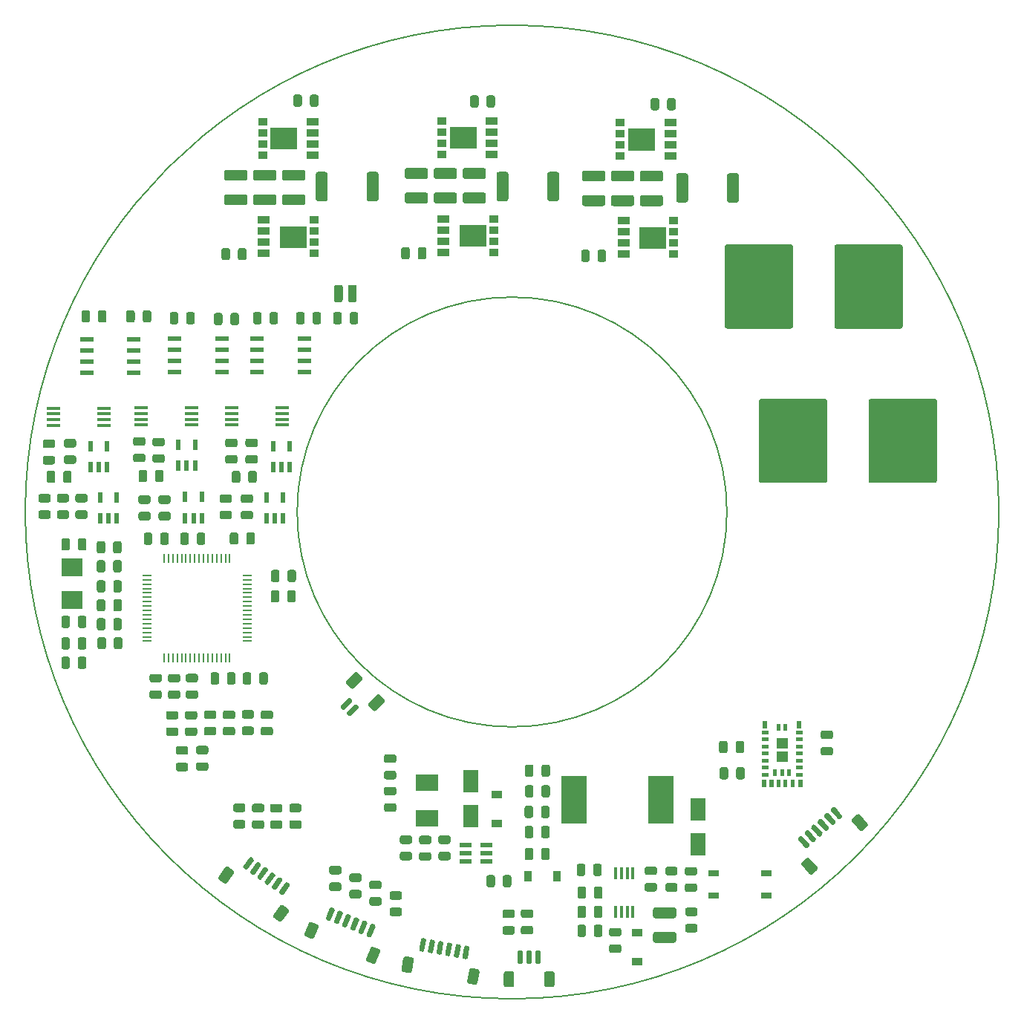
<source format=gbr>
%TF.GenerationSoftware,KiCad,Pcbnew,5.1.6+dfsg1-1*%
%TF.CreationDate,2021-01-25T10:35:50+01:00*%
%TF.ProjectId,gesc,67657363-2e6b-4696-9361-645f70636258,rev?*%
%TF.SameCoordinates,Original*%
%TF.FileFunction,Paste,Top*%
%TF.FilePolarity,Positive*%
%FSLAX46Y46*%
G04 Gerber Fmt 4.6, Leading zero omitted, Abs format (unit mm)*
G04 Created by KiCad (PCBNEW 5.1.6+dfsg1-1) date 2021-01-25 10:35:50*
%MOMM*%
%LPD*%
G01*
G04 APERTURE LIST*
%TA.AperFunction,Profile*%
%ADD10C,0.200000*%
%TD*%
%ADD11C,0.010000*%
%ADD12R,2.500000X1.900000*%
%ADD13R,1.200000X0.900000*%
%ADD14R,0.900000X1.200000*%
%ADD15R,1.450000X0.590000*%
%ADD16R,1.200000X0.800000*%
%ADD17R,0.568000X1.309599*%
%ADD18R,1.498600X0.457200*%
%ADD19R,1.450000X0.850000*%
%ADD20R,1.050000X0.850000*%
%ADD21R,2.900000X5.400000*%
%ADD22R,1.800000X2.500000*%
%ADD23R,1.550000X0.600000*%
%ADD24R,2.400000X2.000000*%
%ADD25R,0.250000X1.000000*%
%ADD26R,1.000000X0.250000*%
%ADD27R,0.450000X1.450000*%
G04 APERTURE END LIST*
D10*
X155499800Y-99999800D02*
G75*
G03*
X155499800Y-99999800I-55500000J0D01*
G01*
X124500000Y-100000000D02*
G75*
G03*
X124500000Y-100000000I-24500000J0D01*
G01*
D11*
G36*
X130149800Y-126895720D02*
G01*
X130149800Y-125799800D01*
X131348070Y-125799800D01*
X131348070Y-126895720D01*
X130149800Y-126895720D01*
G37*
X130149800Y-126895720D02*
X130149800Y-125799800D01*
X131348070Y-125799800D01*
X131348070Y-126895720D01*
X130149800Y-126895720D01*
G36*
X130149800Y-128398580D02*
G01*
X130149800Y-127299800D01*
X131349030Y-127299800D01*
X131349030Y-128398580D01*
X130149800Y-128398580D01*
G37*
X130149800Y-128398580D02*
X130149800Y-127299800D01*
X131349030Y-127299800D01*
X131349030Y-128398580D01*
X130149800Y-128398580D01*
G36*
X130974800Y-124843310D02*
G01*
X130974800Y-124149800D01*
X131322870Y-124149800D01*
X131322870Y-124843310D01*
X130974800Y-124843310D01*
G37*
X130974800Y-124843310D02*
X130974800Y-124149800D01*
X131322870Y-124149800D01*
X131322870Y-124843310D01*
X130974800Y-124843310D01*
G36*
X128449800Y-130073980D02*
G01*
X128449800Y-129724800D01*
X129147400Y-129724800D01*
X129147400Y-130073980D01*
X128449800Y-130073980D01*
G37*
X128449800Y-130073980D02*
X128449800Y-129724800D01*
X129147400Y-129724800D01*
X129147400Y-130073980D01*
X128449800Y-130073980D01*
G36*
X128449800Y-129271900D02*
G01*
X128449800Y-128924800D01*
X129144390Y-128924800D01*
X129144390Y-129271900D01*
X128449800Y-129271900D01*
G37*
X128449800Y-129271900D02*
X128449800Y-128924800D01*
X129144390Y-128924800D01*
X129144390Y-129271900D01*
X128449800Y-129271900D01*
G36*
X128449800Y-128470340D02*
G01*
X128449800Y-128124800D01*
X129143680Y-128124800D01*
X129143680Y-128470340D01*
X128449800Y-128470340D01*
G37*
X128449800Y-128470340D02*
X128449800Y-128124800D01*
X129143680Y-128124800D01*
X129143680Y-128470340D01*
X128449800Y-128470340D01*
G36*
X128449800Y-127668440D02*
G01*
X128449800Y-127324800D01*
X129142900Y-127324800D01*
X129142900Y-127668440D01*
X128449800Y-127668440D01*
G37*
X128449800Y-127668440D02*
X128449800Y-127324800D01*
X129142900Y-127324800D01*
X129142900Y-127668440D01*
X128449800Y-127668440D01*
G36*
X128449800Y-126866260D02*
G01*
X128449800Y-126524800D01*
X129142130Y-126524800D01*
X129142130Y-126866260D01*
X128449800Y-126866260D01*
G37*
X128449800Y-126866260D02*
X128449800Y-126524800D01*
X129142130Y-126524800D01*
X129142130Y-126866260D01*
X128449800Y-126866260D01*
G36*
X128449800Y-126072640D02*
G01*
X128449800Y-125724800D01*
X129148150Y-125724800D01*
X129148150Y-126072640D01*
X128449800Y-126072640D01*
G37*
X128449800Y-126072640D02*
X128449800Y-125724800D01*
X129148150Y-125724800D01*
X129148150Y-126072640D01*
X128449800Y-126072640D01*
G36*
X128449800Y-125267810D02*
G01*
X128449800Y-124924800D01*
X129145140Y-124924800D01*
X129145140Y-125267810D01*
X128449800Y-125267810D01*
G37*
X128449800Y-125267810D02*
X128449800Y-124924800D01*
X129145140Y-124924800D01*
X129145140Y-125267810D01*
X128449800Y-125267810D01*
G36*
X132349800Y-130072160D02*
G01*
X132349800Y-129724800D01*
X133049337Y-129724800D01*
X133049337Y-130072160D01*
X132349800Y-130072160D01*
G37*
X132349800Y-130072160D02*
X132349800Y-129724800D01*
X133049337Y-129724800D01*
X133049337Y-130072160D01*
X132349800Y-130072160D01*
G36*
X132349800Y-129274280D02*
G01*
X132349800Y-128924800D01*
X133049742Y-128924800D01*
X133049742Y-129274280D01*
X132349800Y-129274280D01*
G37*
X132349800Y-129274280D02*
X132349800Y-128924800D01*
X133049742Y-128924800D01*
X133049742Y-129274280D01*
X132349800Y-129274280D01*
G36*
X132349800Y-128470760D02*
G01*
X132349800Y-128124800D01*
X133049467Y-128124800D01*
X133049467Y-128470760D01*
X132349800Y-128470760D01*
G37*
X132349800Y-128470760D02*
X132349800Y-128124800D01*
X133049467Y-128124800D01*
X133049467Y-128470760D01*
X132349800Y-128470760D01*
G36*
X132349800Y-127671020D02*
G01*
X132349800Y-127324800D01*
X133049553Y-127324800D01*
X133049553Y-127671020D01*
X132349800Y-127671020D01*
G37*
X132349800Y-127671020D02*
X132349800Y-127324800D01*
X133049553Y-127324800D01*
X133049553Y-127671020D01*
X132349800Y-127671020D01*
G36*
X132349800Y-126868120D02*
G01*
X132349800Y-126524800D01*
X133049439Y-126524800D01*
X133049439Y-126868120D01*
X132349800Y-126868120D01*
G37*
X132349800Y-126868120D02*
X132349800Y-126524800D01*
X133049439Y-126524800D01*
X133049439Y-126868120D01*
X132349800Y-126868120D01*
G36*
X132349800Y-126071650D02*
G01*
X132349800Y-125724800D01*
X133049655Y-125724800D01*
X133049655Y-126071650D01*
X132349800Y-126071650D01*
G37*
X132349800Y-126071650D02*
X132349800Y-125724800D01*
X133049655Y-125724800D01*
X133049655Y-126071650D01*
X132349800Y-126071650D01*
G36*
X132349800Y-125262970D02*
G01*
X132349800Y-124924800D01*
X133049325Y-124924800D01*
X133049325Y-125262970D01*
X132349800Y-125262970D01*
G37*
X132349800Y-125262970D02*
X132349800Y-124924800D01*
X133049325Y-124924800D01*
X133049325Y-125262970D01*
X132349800Y-125262970D01*
G36*
X130174800Y-124838640D02*
G01*
X130174800Y-124149800D01*
X130520140Y-124149800D01*
X130520140Y-124838640D01*
X130174800Y-124838640D01*
G37*
X130174800Y-124838640D02*
X130174800Y-124149800D01*
X130520140Y-124149800D01*
X130520140Y-124838640D01*
X130174800Y-124838640D01*
G36*
X131774800Y-131249775D02*
G01*
X131774800Y-130549800D01*
X132124680Y-130549800D01*
X132124680Y-131249775D01*
X131774800Y-131249775D01*
G37*
X131774800Y-131249775D02*
X131774800Y-130549800D01*
X132124680Y-130549800D01*
X132124680Y-131249775D01*
X131774800Y-131249775D01*
G36*
X130974800Y-131249355D02*
G01*
X130974800Y-130549800D01*
X131321290Y-130549800D01*
X131321290Y-131249355D01*
X130974800Y-131249355D01*
G37*
X130974800Y-131249355D02*
X130974800Y-130549800D01*
X131321290Y-130549800D01*
X131321290Y-131249355D01*
X130974800Y-131249355D01*
G36*
X130174800Y-131249563D02*
G01*
X130174800Y-130549800D01*
X130522170Y-130549800D01*
X130522170Y-131249563D01*
X130174800Y-131249563D01*
G37*
X130174800Y-131249563D02*
X130174800Y-130549800D01*
X130522170Y-130549800D01*
X130522170Y-131249563D01*
X130174800Y-131249563D01*
G36*
X129374800Y-131249682D02*
G01*
X129374800Y-130549800D01*
X129723110Y-130549800D01*
X129723110Y-131249682D01*
X129374800Y-131249682D01*
G37*
X129374800Y-131249682D02*
X129374800Y-130549800D01*
X129723110Y-130549800D01*
X129723110Y-131249682D01*
X129374800Y-131249682D01*
G36*
X129774800Y-130047880D02*
G01*
X129774800Y-129349800D01*
X130120590Y-129349800D01*
X130120590Y-130047880D01*
X129774800Y-130047880D01*
G37*
X129774800Y-130047880D02*
X129774800Y-129349800D01*
X130120590Y-129349800D01*
X130120590Y-130047880D01*
X129774800Y-130047880D01*
G36*
X130574800Y-130048700D02*
G01*
X130574800Y-129349800D01*
X130922990Y-129349800D01*
X130922990Y-130048700D01*
X130574800Y-130048700D01*
G37*
X130574800Y-130048700D02*
X130574800Y-129349800D01*
X130922990Y-129349800D01*
X130922990Y-130048700D01*
X130574800Y-130048700D01*
G36*
X131374800Y-130048050D02*
G01*
X131374800Y-129349800D01*
X131722900Y-129349800D01*
X131722900Y-130048050D01*
X131374800Y-130048050D01*
G37*
X131374800Y-130048050D02*
X131374800Y-129349800D01*
X131722900Y-129349800D01*
X131722900Y-130048050D01*
X131374800Y-130048050D01*
G36*
X128574800Y-124597300D02*
G01*
X128574800Y-123849800D01*
X129023250Y-123849800D01*
X129023250Y-124597300D01*
X128574800Y-124597300D01*
G37*
X128574800Y-124597300D02*
X128574800Y-123849800D01*
X129023250Y-123849800D01*
X129023250Y-124597300D01*
X128574800Y-124597300D01*
G36*
X128449800Y-131274623D02*
G01*
X128449800Y-130524800D01*
X128896330Y-130524800D01*
X128896330Y-131274623D01*
X128449800Y-131274623D01*
G37*
X128449800Y-131274623D02*
X128449800Y-130524800D01*
X128896330Y-130524800D01*
X128896330Y-131274623D01*
X128449800Y-131274623D01*
G36*
X132474800Y-124594760D02*
G01*
X132474800Y-123849800D01*
X132924526Y-123849800D01*
X132924526Y-124594760D01*
X132474800Y-124594760D01*
G37*
X132474800Y-124594760D02*
X132474800Y-123849800D01*
X132924526Y-123849800D01*
X132924526Y-124594760D01*
X132474800Y-124594760D01*
G36*
X132599800Y-131274491D02*
G01*
X132599800Y-130524800D01*
X133049456Y-130524800D01*
X133049456Y-131274491D01*
X132599800Y-131274491D01*
G37*
X132599800Y-131274491D02*
X132599800Y-130524800D01*
X133049456Y-130524800D01*
X133049456Y-131274491D01*
X132599800Y-131274491D01*
G36*
X94009800Y-67313800D02*
G01*
X96989800Y-67313800D01*
X96989800Y-69685800D01*
X94009800Y-69685800D01*
X94009800Y-67313800D01*
G37*
X94009800Y-67313800D02*
X96989800Y-67313800D01*
X96989800Y-69685800D01*
X94009800Y-69685800D01*
X94009800Y-67313800D01*
G36*
X95889800Y-58485800D02*
G01*
X92909800Y-58485800D01*
X92909800Y-56113800D01*
X95889800Y-56113800D01*
X95889800Y-58485800D01*
G37*
X95889800Y-58485800D02*
X92909800Y-58485800D01*
X92909800Y-56113800D01*
X95889800Y-56113800D01*
X95889800Y-58485800D01*
G36*
X114509800Y-67513800D02*
G01*
X117489800Y-67513800D01*
X117489800Y-69885800D01*
X114509800Y-69885800D01*
X114509800Y-67513800D01*
G37*
X114509800Y-67513800D02*
X117489800Y-67513800D01*
X117489800Y-69885800D01*
X114509800Y-69885800D01*
X114509800Y-67513800D01*
G36*
X116239800Y-58685800D02*
G01*
X113259800Y-58685800D01*
X113259800Y-56313800D01*
X116239800Y-56313800D01*
X116239800Y-58685800D01*
G37*
X116239800Y-58685800D02*
X113259800Y-58685800D01*
X113259800Y-56313800D01*
X116239800Y-56313800D01*
X116239800Y-58685800D01*
G36*
X73509800Y-67413800D02*
G01*
X76489800Y-67413800D01*
X76489800Y-69785800D01*
X73509800Y-69785800D01*
X73509800Y-67413800D01*
G37*
X73509800Y-67413800D02*
X76489800Y-67413800D01*
X76489800Y-69785800D01*
X73509800Y-69785800D01*
X73509800Y-67413800D01*
G36*
X75439800Y-58585800D02*
G01*
X72459800Y-58585800D01*
X72459800Y-56213800D01*
X75439800Y-56213800D01*
X75439800Y-58585800D01*
G37*
X75439800Y-58585800D02*
X72459800Y-58585800D01*
X72459800Y-56213800D01*
X75439800Y-56213800D01*
X75439800Y-58585800D01*
D12*
X90299800Y-134949800D03*
X90299800Y-130849800D03*
D13*
X98299800Y-132199800D03*
X98299800Y-135499800D03*
X114299800Y-151249800D03*
X114299800Y-147949800D03*
D14*
X105149800Y-141499800D03*
X101849800Y-141499800D03*
D15*
X94744800Y-137949800D03*
X94744800Y-138899800D03*
X94744800Y-139849800D03*
X97054800Y-139849800D03*
X97054800Y-138899800D03*
X97054800Y-137949800D03*
D16*
X122999800Y-141229800D03*
X128999800Y-141229800D03*
X128999800Y-143769800D03*
X122999800Y-143769800D03*
D17*
X71981799Y-100761800D03*
X72931800Y-100761800D03*
X73881801Y-100761800D03*
X73881801Y-98374200D03*
X71981799Y-98374200D03*
X62727799Y-100685600D03*
X63677800Y-100685600D03*
X64627801Y-100685600D03*
X64627801Y-98298000D03*
X62727799Y-98298000D03*
X72755999Y-94893600D03*
X73706000Y-94893600D03*
X74656001Y-94893600D03*
X74656001Y-92506000D03*
X72755999Y-92506000D03*
X61949799Y-94693600D03*
X62899800Y-94693600D03*
X63849801Y-94693600D03*
X63849801Y-92306000D03*
X61949799Y-92306000D03*
X51949799Y-94893600D03*
X52899800Y-94893600D03*
X53849801Y-94893600D03*
X53849801Y-92506000D03*
X51949799Y-92506000D03*
D18*
X63499799Y-90074799D03*
X63499799Y-89424801D03*
X63499799Y-88774799D03*
X63499799Y-88124801D03*
X57699801Y-88124801D03*
X57699801Y-88774799D03*
X57699801Y-89424801D03*
X57699801Y-90074799D03*
X73799799Y-90074799D03*
X73799799Y-89424801D03*
X73799799Y-88774799D03*
X73799799Y-88124801D03*
X67999801Y-88124801D03*
X67999801Y-88774799D03*
X67999801Y-89424801D03*
X67999801Y-90074799D03*
X53499798Y-90099800D03*
X53499798Y-89449802D03*
X53499798Y-88799800D03*
X53499798Y-88149802D03*
X47699800Y-88149802D03*
X47699800Y-88799800D03*
X47699800Y-89449802D03*
X47699800Y-90099800D03*
D17*
X53049799Y-100761800D03*
X53999800Y-100761800D03*
X54949801Y-100761800D03*
X54949801Y-98374200D03*
X53049799Y-98374200D03*
G36*
G01*
X87443550Y-138749800D02*
X88356050Y-138749800D01*
G75*
G02*
X88599800Y-138993550I0J-243750D01*
G01*
X88599800Y-139481050D01*
G75*
G02*
X88356050Y-139724800I-243750J0D01*
G01*
X87443550Y-139724800D01*
G75*
G02*
X87199800Y-139481050I0J243750D01*
G01*
X87199800Y-138993550D01*
G75*
G02*
X87443550Y-138749800I243750J0D01*
G01*
G37*
G36*
G01*
X87443550Y-136874800D02*
X88356050Y-136874800D01*
G75*
G02*
X88599800Y-137118550I0J-243750D01*
G01*
X88599800Y-137606050D01*
G75*
G02*
X88356050Y-137849800I-243750J0D01*
G01*
X87443550Y-137849800D01*
G75*
G02*
X87199800Y-137606050I0J243750D01*
G01*
X87199800Y-137118550D01*
G75*
G02*
X87443550Y-136874800I243750J0D01*
G01*
G37*
D19*
X92199800Y-66594800D03*
X92199800Y-67864800D03*
X92199800Y-69134800D03*
X92199800Y-70404800D03*
D20*
X97899800Y-70404800D03*
X97899800Y-69134800D03*
X97899800Y-67864800D03*
X97899800Y-66594800D03*
D19*
X97699800Y-59204800D03*
X97699800Y-57934800D03*
X97699800Y-56664800D03*
X97699800Y-55394800D03*
D20*
X91999800Y-55394800D03*
X91999800Y-56664800D03*
X91999800Y-57934800D03*
X91999800Y-59204800D03*
D19*
X112699800Y-66794800D03*
X112699800Y-68064800D03*
X112699800Y-69334800D03*
X112699800Y-70604800D03*
D20*
X118399800Y-70604800D03*
X118399800Y-69334800D03*
X118399800Y-68064800D03*
X118399800Y-66794800D03*
D19*
X118049800Y-59404800D03*
X118049800Y-58134800D03*
X118049800Y-56864800D03*
X118049800Y-55594800D03*
D20*
X112349800Y-55594800D03*
X112349800Y-56864800D03*
X112349800Y-58134800D03*
X112349800Y-59404800D03*
D19*
X71699800Y-66694800D03*
X71699800Y-67964800D03*
X71699800Y-69234800D03*
X71699800Y-70504800D03*
D20*
X77399800Y-70504800D03*
X77399800Y-69234800D03*
X77399800Y-67964800D03*
X77399800Y-66694800D03*
D19*
X77249800Y-59304800D03*
X77249800Y-58034800D03*
X77249800Y-56764800D03*
X77249800Y-55494800D03*
D20*
X71549800Y-55494800D03*
X71549800Y-56764800D03*
X71549800Y-58034800D03*
X71549800Y-59304800D03*
D21*
X116999800Y-132799800D03*
X107099800Y-132799800D03*
G36*
G01*
X81299800Y-75849800D02*
X81299800Y-74349800D01*
G75*
G02*
X81549800Y-74099800I250000J0D01*
G01*
X82049800Y-74099800D01*
G75*
G02*
X82299800Y-74349800I0J-250000D01*
G01*
X82299800Y-75849800D01*
G75*
G02*
X82049800Y-76099800I-250000J0D01*
G01*
X81549800Y-76099800D01*
G75*
G02*
X81299800Y-75849800I0J250000D01*
G01*
G37*
G36*
G01*
X79699800Y-75849800D02*
X79699800Y-74349800D01*
G75*
G02*
X79949800Y-74099800I250000J0D01*
G01*
X80449800Y-74099800D01*
G75*
G02*
X80699800Y-74349800I0J-250000D01*
G01*
X80699800Y-75849800D01*
G75*
G02*
X80449800Y-76099800I-250000J0D01*
G01*
X79949800Y-76099800D01*
G75*
G02*
X79699800Y-75849800I0J250000D01*
G01*
G37*
D22*
X95299800Y-130699800D03*
X95299800Y-134699800D03*
G36*
G01*
X88024800Y-63574800D02*
X90174800Y-63574800D01*
G75*
G02*
X90424800Y-63824800I0J-250000D01*
G01*
X90424800Y-64574800D01*
G75*
G02*
X90174800Y-64824800I-250000J0D01*
G01*
X88024800Y-64824800D01*
G75*
G02*
X87774800Y-64574800I0J250000D01*
G01*
X87774800Y-63824800D01*
G75*
G02*
X88024800Y-63574800I250000J0D01*
G01*
G37*
G36*
G01*
X88024800Y-60774800D02*
X90174800Y-60774800D01*
G75*
G02*
X90424800Y-61024800I0J-250000D01*
G01*
X90424800Y-61774800D01*
G75*
G02*
X90174800Y-62024800I-250000J0D01*
G01*
X88024800Y-62024800D01*
G75*
G02*
X87774800Y-61774800I0J250000D01*
G01*
X87774800Y-61024800D01*
G75*
G02*
X88024800Y-60774800I250000J0D01*
G01*
G37*
G36*
G01*
X108224800Y-63874800D02*
X110374800Y-63874800D01*
G75*
G02*
X110624800Y-64124800I0J-250000D01*
G01*
X110624800Y-64874800D01*
G75*
G02*
X110374800Y-65124800I-250000J0D01*
G01*
X108224800Y-65124800D01*
G75*
G02*
X107974800Y-64874800I0J250000D01*
G01*
X107974800Y-64124800D01*
G75*
G02*
X108224800Y-63874800I250000J0D01*
G01*
G37*
G36*
G01*
X108224800Y-61074800D02*
X110374800Y-61074800D01*
G75*
G02*
X110624800Y-61324800I0J-250000D01*
G01*
X110624800Y-62074800D01*
G75*
G02*
X110374800Y-62324800I-250000J0D01*
G01*
X108224800Y-62324800D01*
G75*
G02*
X107974800Y-62074800I0J250000D01*
G01*
X107974800Y-61324800D01*
G75*
G02*
X108224800Y-61074800I250000J0D01*
G01*
G37*
G36*
G01*
X67424800Y-63774800D02*
X69574800Y-63774800D01*
G75*
G02*
X69824800Y-64024800I0J-250000D01*
G01*
X69824800Y-64774800D01*
G75*
G02*
X69574800Y-65024800I-250000J0D01*
G01*
X67424800Y-65024800D01*
G75*
G02*
X67174800Y-64774800I0J250000D01*
G01*
X67174800Y-64024800D01*
G75*
G02*
X67424800Y-63774800I250000J0D01*
G01*
G37*
G36*
G01*
X67424800Y-60974800D02*
X69574800Y-60974800D01*
G75*
G02*
X69824800Y-61224800I0J-250000D01*
G01*
X69824800Y-61974800D01*
G75*
G02*
X69574800Y-62224800I-250000J0D01*
G01*
X67424800Y-62224800D01*
G75*
G02*
X67174800Y-61974800I0J250000D01*
G01*
X67174800Y-61224800D01*
G75*
G02*
X67424800Y-60974800I250000J0D01*
G01*
G37*
G36*
G01*
X85643550Y-133212300D02*
X86556050Y-133212300D01*
G75*
G02*
X86799800Y-133456050I0J-243750D01*
G01*
X86799800Y-133943550D01*
G75*
G02*
X86556050Y-134187300I-243750J0D01*
G01*
X85643550Y-134187300D01*
G75*
G02*
X85399800Y-133943550I0J243750D01*
G01*
X85399800Y-133456050D01*
G75*
G02*
X85643550Y-133212300I243750J0D01*
G01*
G37*
G36*
G01*
X85643550Y-131337300D02*
X86556050Y-131337300D01*
G75*
G02*
X86799800Y-131581050I0J-243750D01*
G01*
X86799800Y-132068550D01*
G75*
G02*
X86556050Y-132312300I-243750J0D01*
G01*
X85643550Y-132312300D01*
G75*
G02*
X85399800Y-132068550I0J243750D01*
G01*
X85399800Y-131581050D01*
G75*
G02*
X85643550Y-131337300I243750J0D01*
G01*
G37*
G36*
G01*
X86556050Y-128612300D02*
X85643550Y-128612300D01*
G75*
G02*
X85399800Y-128368550I0J243750D01*
G01*
X85399800Y-127881050D01*
G75*
G02*
X85643550Y-127637300I243750J0D01*
G01*
X86556050Y-127637300D01*
G75*
G02*
X86799800Y-127881050I0J-243750D01*
G01*
X86799800Y-128368550D01*
G75*
G02*
X86556050Y-128612300I-243750J0D01*
G01*
G37*
G36*
G01*
X86556050Y-130487300D02*
X85643550Y-130487300D01*
G75*
G02*
X85399800Y-130243550I0J243750D01*
G01*
X85399800Y-129756050D01*
G75*
G02*
X85643550Y-129512300I243750J0D01*
G01*
X86556050Y-129512300D01*
G75*
G02*
X86799800Y-129756050I0J-243750D01*
G01*
X86799800Y-130243550D01*
G75*
G02*
X86556050Y-130487300I-243750J0D01*
G01*
G37*
G36*
G01*
X92756050Y-137849800D02*
X91843550Y-137849800D01*
G75*
G02*
X91599800Y-137606050I0J243750D01*
G01*
X91599800Y-137118550D01*
G75*
G02*
X91843550Y-136874800I243750J0D01*
G01*
X92756050Y-136874800D01*
G75*
G02*
X92999800Y-137118550I0J-243750D01*
G01*
X92999800Y-137606050D01*
G75*
G02*
X92756050Y-137849800I-243750J0D01*
G01*
G37*
G36*
G01*
X92756050Y-139724800D02*
X91843550Y-139724800D01*
G75*
G02*
X91599800Y-139481050I0J243750D01*
G01*
X91599800Y-138993550D01*
G75*
G02*
X91843550Y-138749800I243750J0D01*
G01*
X92756050Y-138749800D01*
G75*
G02*
X92999800Y-138993550I0J-243750D01*
G01*
X92999800Y-139481050D01*
G75*
G02*
X92756050Y-139724800I-243750J0D01*
G01*
G37*
G36*
G01*
X68443550Y-135112300D02*
X69356050Y-135112300D01*
G75*
G02*
X69599800Y-135356050I0J-243750D01*
G01*
X69599800Y-135843550D01*
G75*
G02*
X69356050Y-136087300I-243750J0D01*
G01*
X68443550Y-136087300D01*
G75*
G02*
X68199800Y-135843550I0J243750D01*
G01*
X68199800Y-135356050D01*
G75*
G02*
X68443550Y-135112300I243750J0D01*
G01*
G37*
G36*
G01*
X68443550Y-133237300D02*
X69356050Y-133237300D01*
G75*
G02*
X69599800Y-133481050I0J-243750D01*
G01*
X69599800Y-133968550D01*
G75*
G02*
X69356050Y-134212300I-243750J0D01*
G01*
X68443550Y-134212300D01*
G75*
G02*
X68199800Y-133968550I0J243750D01*
G01*
X68199800Y-133481050D01*
G75*
G02*
X68443550Y-133237300I243750J0D01*
G01*
G37*
G36*
G01*
X74843550Y-135149800D02*
X75756050Y-135149800D01*
G75*
G02*
X75999800Y-135393550I0J-243750D01*
G01*
X75999800Y-135881050D01*
G75*
G02*
X75756050Y-136124800I-243750J0D01*
G01*
X74843550Y-136124800D01*
G75*
G02*
X74599800Y-135881050I0J243750D01*
G01*
X74599800Y-135393550D01*
G75*
G02*
X74843550Y-135149800I243750J0D01*
G01*
G37*
G36*
G01*
X74843550Y-133274800D02*
X75756050Y-133274800D01*
G75*
G02*
X75999800Y-133518550I0J-243750D01*
G01*
X75999800Y-134006050D01*
G75*
G02*
X75756050Y-134249800I-243750J0D01*
G01*
X74843550Y-134249800D01*
G75*
G02*
X74599800Y-134006050I0J243750D01*
G01*
X74599800Y-133518550D01*
G75*
G02*
X74843550Y-133274800I243750J0D01*
G01*
G37*
G36*
G01*
X135949800Y-87349797D02*
X135949800Y-96449803D01*
G75*
G02*
X135699803Y-96699800I-249997J0D01*
G01*
X128399797Y-96699800D01*
G75*
G02*
X128149800Y-96449803I0J249997D01*
G01*
X128149800Y-87349797D01*
G75*
G02*
X128399797Y-87099800I249997J0D01*
G01*
X135699803Y-87099800D01*
G75*
G02*
X135949800Y-87349797I0J-249997D01*
G01*
G37*
G36*
G01*
X148449800Y-87349797D02*
X148449800Y-96449803D01*
G75*
G02*
X148199803Y-96699800I-249997J0D01*
G01*
X140899797Y-96699800D01*
G75*
G02*
X140649800Y-96449803I0J249997D01*
G01*
X140649800Y-87349797D01*
G75*
G02*
X140899797Y-87099800I249997J0D01*
G01*
X148199803Y-87099800D01*
G75*
G02*
X148449800Y-87349797I0J-249997D01*
G01*
G37*
G36*
G01*
X144549800Y-69749797D02*
X144549800Y-78849803D01*
G75*
G02*
X144299803Y-79099800I-249997J0D01*
G01*
X136999797Y-79099800D01*
G75*
G02*
X136749800Y-78849803I0J249997D01*
G01*
X136749800Y-69749797D01*
G75*
G02*
X136999797Y-69499800I249997J0D01*
G01*
X144299803Y-69499800D01*
G75*
G02*
X144549800Y-69749797I0J-249997D01*
G01*
G37*
G36*
G01*
X132049800Y-69749797D02*
X132049800Y-78849803D01*
G75*
G02*
X131799803Y-79099800I-249997J0D01*
G01*
X124499797Y-79099800D01*
G75*
G02*
X124249800Y-78849803I0J249997D01*
G01*
X124249800Y-69749797D01*
G75*
G02*
X124499797Y-69499800I249997J0D01*
G01*
X131799803Y-69499800D01*
G75*
G02*
X132049800Y-69749797I0J-249997D01*
G01*
G37*
G36*
G01*
X120074800Y-61624799D02*
X120074800Y-64474801D01*
G75*
G02*
X119824801Y-64724800I-249999J0D01*
G01*
X118974799Y-64724800D01*
G75*
G02*
X118724800Y-64474801I0J249999D01*
G01*
X118724800Y-61624799D01*
G75*
G02*
X118974799Y-61374800I249999J0D01*
G01*
X119824801Y-61374800D01*
G75*
G02*
X120074800Y-61624799I0J-249999D01*
G01*
G37*
G36*
G01*
X125874800Y-61624799D02*
X125874800Y-64474801D01*
G75*
G02*
X125624801Y-64724800I-249999J0D01*
G01*
X124774799Y-64724800D01*
G75*
G02*
X124524800Y-64474801I0J249999D01*
G01*
X124524800Y-61624799D01*
G75*
G02*
X124774799Y-61374800I249999J0D01*
G01*
X125624801Y-61374800D01*
G75*
G02*
X125874800Y-61624799I0J-249999D01*
G01*
G37*
G36*
G01*
X72643550Y-133287300D02*
X73556050Y-133287300D01*
G75*
G02*
X73799800Y-133531050I0J-243750D01*
G01*
X73799800Y-134018550D01*
G75*
G02*
X73556050Y-134262300I-243750J0D01*
G01*
X72643550Y-134262300D01*
G75*
G02*
X72399800Y-134018550I0J243750D01*
G01*
X72399800Y-133531050D01*
G75*
G02*
X72643550Y-133287300I243750J0D01*
G01*
G37*
G36*
G01*
X72643550Y-135162300D02*
X73556050Y-135162300D01*
G75*
G02*
X73799800Y-135406050I0J-243750D01*
G01*
X73799800Y-135893550D01*
G75*
G02*
X73556050Y-136137300I-243750J0D01*
G01*
X72643550Y-136137300D01*
G75*
G02*
X72399800Y-135893550I0J243750D01*
G01*
X72399800Y-135406050D01*
G75*
G02*
X72643550Y-135162300I243750J0D01*
G01*
G37*
G36*
G01*
X126524800Y-129343550D02*
X126524800Y-130256050D01*
G75*
G02*
X126281050Y-130499800I-243750J0D01*
G01*
X125793550Y-130499800D01*
G75*
G02*
X125549800Y-130256050I0J243750D01*
G01*
X125549800Y-129343550D01*
G75*
G02*
X125793550Y-129099800I243750J0D01*
G01*
X126281050Y-129099800D01*
G75*
G02*
X126524800Y-129343550I0J-243750D01*
G01*
G37*
G36*
G01*
X124649800Y-129343550D02*
X124649800Y-130256050D01*
G75*
G02*
X124406050Y-130499800I-243750J0D01*
G01*
X123918550Y-130499800D01*
G75*
G02*
X123674800Y-130256050I0J243750D01*
G01*
X123674800Y-129343550D01*
G75*
G02*
X123918550Y-129099800I243750J0D01*
G01*
X124406050Y-129099800D01*
G75*
G02*
X124649800Y-129343550I0J-243750D01*
G01*
G37*
G36*
G01*
X136356050Y-127762300D02*
X135443550Y-127762300D01*
G75*
G02*
X135199800Y-127518550I0J243750D01*
G01*
X135199800Y-127031050D01*
G75*
G02*
X135443550Y-126787300I243750J0D01*
G01*
X136356050Y-126787300D01*
G75*
G02*
X136599800Y-127031050I0J-243750D01*
G01*
X136599800Y-127518550D01*
G75*
G02*
X136356050Y-127762300I-243750J0D01*
G01*
G37*
G36*
G01*
X136356050Y-125887300D02*
X135443550Y-125887300D01*
G75*
G02*
X135199800Y-125643550I0J243750D01*
G01*
X135199800Y-125156050D01*
G75*
G02*
X135443550Y-124912300I243750J0D01*
G01*
X136356050Y-124912300D01*
G75*
G02*
X136599800Y-125156050I0J-243750D01*
G01*
X136599800Y-125643550D01*
G75*
G02*
X136356050Y-125887300I-243750J0D01*
G01*
G37*
G36*
G01*
X126462300Y-126343550D02*
X126462300Y-127256050D01*
G75*
G02*
X126218550Y-127499800I-243750J0D01*
G01*
X125731050Y-127499800D01*
G75*
G02*
X125487300Y-127256050I0J243750D01*
G01*
X125487300Y-126343550D01*
G75*
G02*
X125731050Y-126099800I243750J0D01*
G01*
X126218550Y-126099800D01*
G75*
G02*
X126462300Y-126343550I0J-243750D01*
G01*
G37*
G36*
G01*
X124587300Y-126343550D02*
X124587300Y-127256050D01*
G75*
G02*
X124343550Y-127499800I-243750J0D01*
G01*
X123856050Y-127499800D01*
G75*
G02*
X123612300Y-127256050I0J243750D01*
G01*
X123612300Y-126343550D01*
G75*
G02*
X123856050Y-126099800I243750J0D01*
G01*
X124343550Y-126099800D01*
G75*
G02*
X124587300Y-126343550I0J-243750D01*
G01*
G37*
G36*
G01*
X133945561Y-139514279D02*
X134798439Y-140495403D01*
G75*
G02*
X134773776Y-140848094I-188677J-164014D01*
G01*
X134245478Y-141307336D01*
G75*
G02*
X133892787Y-141282673I-164014J188677D01*
G01*
X133039909Y-140301549D01*
G75*
G02*
X133064572Y-139948858I188677J164014D01*
G01*
X133592870Y-139489616D01*
G75*
G02*
X133945561Y-139514279I164014J-188677D01*
G01*
G37*
G36*
G01*
X139681354Y-134528230D02*
X140534232Y-135509354D01*
G75*
G02*
X140509569Y-135862045I-188677J-164014D01*
G01*
X139981271Y-136321287D01*
G75*
G02*
X139628580Y-136296624I-164014J188677D01*
G01*
X138775702Y-135315500D01*
G75*
G02*
X138800365Y-134962809I188677J164014D01*
G01*
X139328663Y-134503567D01*
G75*
G02*
X139681354Y-134528230I164014J-188677D01*
G01*
G37*
G36*
G01*
X133060124Y-136971446D02*
X133880197Y-137914833D01*
G75*
G02*
X133865400Y-138126448I-113206J-98409D01*
G01*
X133638987Y-138323265D01*
G75*
G02*
X133427372Y-138308468I-98409J113206D01*
G01*
X132607299Y-137365081D01*
G75*
G02*
X132622096Y-137153466I113206J98409D01*
G01*
X132848509Y-136956649D01*
G75*
G02*
X133060124Y-136971446I98409J-113206D01*
G01*
G37*
G36*
G01*
X133814833Y-136315387D02*
X134634906Y-137258774D01*
G75*
G02*
X134620109Y-137470389I-113206J-98409D01*
G01*
X134393696Y-137667206D01*
G75*
G02*
X134182081Y-137652409I-98409J113206D01*
G01*
X133362008Y-136709022D01*
G75*
G02*
X133376805Y-136497407I113206J98409D01*
G01*
X133603218Y-136300590D01*
G75*
G02*
X133814833Y-136315387I98409J-113206D01*
G01*
G37*
G36*
G01*
X134569543Y-135659328D02*
X135389616Y-136602715D01*
G75*
G02*
X135374819Y-136814330I-113206J-98409D01*
G01*
X135148406Y-137011147D01*
G75*
G02*
X134936791Y-136996350I-98409J113206D01*
G01*
X134116718Y-136052963D01*
G75*
G02*
X134131515Y-135841348I113206J98409D01*
G01*
X134357928Y-135644531D01*
G75*
G02*
X134569543Y-135659328I98409J-113206D01*
G01*
G37*
G36*
G01*
X135324253Y-135003269D02*
X136144326Y-135946656D01*
G75*
G02*
X136129529Y-136158271I-113206J-98409D01*
G01*
X135903116Y-136355088D01*
G75*
G02*
X135691501Y-136340291I-98409J113206D01*
G01*
X134871428Y-135396904D01*
G75*
G02*
X134886225Y-135185289I113206J98409D01*
G01*
X135112638Y-134988472D01*
G75*
G02*
X135324253Y-135003269I98409J-113206D01*
G01*
G37*
G36*
G01*
X136078962Y-134347210D02*
X136899035Y-135290597D01*
G75*
G02*
X136884238Y-135502212I-113206J-98409D01*
G01*
X136657825Y-135699029D01*
G75*
G02*
X136446210Y-135684232I-98409J113206D01*
G01*
X135626137Y-134740845D01*
G75*
G02*
X135640934Y-134529230I113206J98409D01*
G01*
X135867347Y-134332413D01*
G75*
G02*
X136078962Y-134347210I98409J-113206D01*
G01*
G37*
G36*
G01*
X136833672Y-133691151D02*
X137653745Y-134634538D01*
G75*
G02*
X137638948Y-134846153I-113206J-98409D01*
G01*
X137412535Y-135042970D01*
G75*
G02*
X137200920Y-135028173I-98409J113206D01*
G01*
X136380847Y-134084786D01*
G75*
G02*
X136395644Y-133873171I113206J98409D01*
G01*
X136622057Y-133676354D01*
G75*
G02*
X136833672Y-133691151I98409J-113206D01*
G01*
G37*
G36*
G01*
X83661500Y-121780740D02*
X84580740Y-120861500D01*
G75*
G02*
X84934292Y-120861500I176776J-176776D01*
G01*
X85429268Y-121356476D01*
G75*
G02*
X85429268Y-121710028I-176776J-176776D01*
G01*
X84510028Y-122629268D01*
G75*
G02*
X84156476Y-122629268I-176776J176776D01*
G01*
X83661500Y-122134292D01*
G75*
G02*
X83661500Y-121780740I176776J176776D01*
G01*
G37*
G36*
G01*
X81115916Y-119235156D02*
X82035156Y-118315916D01*
G75*
G02*
X82388708Y-118315916I176776J-176776D01*
G01*
X82883684Y-118810892D01*
G75*
G02*
X82883684Y-119164444I-176776J-176776D01*
G01*
X81964444Y-120083684D01*
G75*
G02*
X81610892Y-120083684I-176776J176776D01*
G01*
X81115916Y-119588708D01*
G75*
G02*
X81115916Y-119235156I176776J176776D01*
G01*
G37*
G36*
G01*
X81186627Y-122841400D02*
X82070511Y-121957516D01*
G75*
G02*
X82282643Y-121957516I106066J-106066D01*
G01*
X82494775Y-122169648D01*
G75*
G02*
X82494775Y-122381780I-106066J-106066D01*
G01*
X81610891Y-123265664D01*
G75*
G02*
X81398759Y-123265664I-106066J106066D01*
G01*
X81186627Y-123053532D01*
G75*
G02*
X81186627Y-122841400I106066J106066D01*
G01*
G37*
G36*
G01*
X80479520Y-122134293D02*
X81363404Y-121250409D01*
G75*
G02*
X81575536Y-121250409I106066J-106066D01*
G01*
X81787668Y-121462541D01*
G75*
G02*
X81787668Y-121674673I-106066J-106066D01*
G01*
X80903784Y-122558557D01*
G75*
G02*
X80691652Y-122558557I-106066J106066D01*
G01*
X80479520Y-122346425D01*
G75*
G02*
X80479520Y-122134293I106066J106066D01*
G01*
G37*
G36*
G01*
X70593550Y-133274800D02*
X71506050Y-133274800D01*
G75*
G02*
X71749800Y-133518550I0J-243750D01*
G01*
X71749800Y-134006050D01*
G75*
G02*
X71506050Y-134249800I-243750J0D01*
G01*
X70593550Y-134249800D01*
G75*
G02*
X70349800Y-134006050I0J243750D01*
G01*
X70349800Y-133518550D01*
G75*
G02*
X70593550Y-133274800I243750J0D01*
G01*
G37*
G36*
G01*
X70593550Y-135149800D02*
X71506050Y-135149800D01*
G75*
G02*
X71749800Y-135393550I0J-243750D01*
G01*
X71749800Y-135881050D01*
G75*
G02*
X71506050Y-136124800I-243750J0D01*
G01*
X70593550Y-136124800D01*
G75*
G02*
X70349800Y-135881050I0J243750D01*
G01*
X70349800Y-135393550D01*
G75*
G02*
X70593550Y-135149800I243750J0D01*
G01*
G37*
G36*
G01*
X47912300Y-95543550D02*
X47912300Y-96456050D01*
G75*
G02*
X47668550Y-96699800I-243750J0D01*
G01*
X47181050Y-96699800D01*
G75*
G02*
X46937300Y-96456050I0J243750D01*
G01*
X46937300Y-95543550D01*
G75*
G02*
X47181050Y-95299800I243750J0D01*
G01*
X47668550Y-95299800D01*
G75*
G02*
X47912300Y-95543550I0J-243750D01*
G01*
G37*
G36*
G01*
X49787300Y-95543550D02*
X49787300Y-96456050D01*
G75*
G02*
X49543550Y-96699800I-243750J0D01*
G01*
X49056050Y-96699800D01*
G75*
G02*
X48812300Y-96456050I0J243750D01*
G01*
X48812300Y-95543550D01*
G75*
G02*
X49056050Y-95299800I243750J0D01*
G01*
X49543550Y-95299800D01*
G75*
G02*
X49787300Y-95543550I0J-243750D01*
G01*
G37*
G36*
G01*
X60262300Y-95443550D02*
X60262300Y-96356050D01*
G75*
G02*
X60018550Y-96599800I-243750J0D01*
G01*
X59531050Y-96599800D01*
G75*
G02*
X59287300Y-96356050I0J243750D01*
G01*
X59287300Y-95443550D01*
G75*
G02*
X59531050Y-95199800I243750J0D01*
G01*
X60018550Y-95199800D01*
G75*
G02*
X60262300Y-95443550I0J-243750D01*
G01*
G37*
G36*
G01*
X58387300Y-95443550D02*
X58387300Y-96356050D01*
G75*
G02*
X58143550Y-96599800I-243750J0D01*
G01*
X57656050Y-96599800D01*
G75*
G02*
X57412300Y-96356050I0J243750D01*
G01*
X57412300Y-95443550D01*
G75*
G02*
X57656050Y-95199800I243750J0D01*
G01*
X58143550Y-95199800D01*
G75*
G02*
X58387300Y-95443550I0J-243750D01*
G01*
G37*
G36*
G01*
X69012300Y-95543550D02*
X69012300Y-96456050D01*
G75*
G02*
X68768550Y-96699800I-243750J0D01*
G01*
X68281050Y-96699800D01*
G75*
G02*
X68037300Y-96456050I0J243750D01*
G01*
X68037300Y-95543550D01*
G75*
G02*
X68281050Y-95299800I243750J0D01*
G01*
X68768550Y-95299800D01*
G75*
G02*
X69012300Y-95543550I0J-243750D01*
G01*
G37*
G36*
G01*
X70887300Y-95543550D02*
X70887300Y-96456050D01*
G75*
G02*
X70643550Y-96699800I-243750J0D01*
G01*
X70156050Y-96699800D01*
G75*
G02*
X69912300Y-96456050I0J243750D01*
G01*
X69912300Y-95543550D01*
G75*
G02*
X70156050Y-95299800I243750J0D01*
G01*
X70643550Y-95299800D01*
G75*
G02*
X70887300Y-95543550I0J-243750D01*
G01*
G37*
G36*
G01*
X46743550Y-93612300D02*
X47656050Y-93612300D01*
G75*
G02*
X47899800Y-93856050I0J-243750D01*
G01*
X47899800Y-94343550D01*
G75*
G02*
X47656050Y-94587300I-243750J0D01*
G01*
X46743550Y-94587300D01*
G75*
G02*
X46499800Y-94343550I0J243750D01*
G01*
X46499800Y-93856050D01*
G75*
G02*
X46743550Y-93612300I243750J0D01*
G01*
G37*
G36*
G01*
X46743550Y-91737300D02*
X47656050Y-91737300D01*
G75*
G02*
X47899800Y-91981050I0J-243750D01*
G01*
X47899800Y-92468550D01*
G75*
G02*
X47656050Y-92712300I-243750J0D01*
G01*
X46743550Y-92712300D01*
G75*
G02*
X46499800Y-92468550I0J243750D01*
G01*
X46499800Y-91981050D01*
G75*
G02*
X46743550Y-91737300I243750J0D01*
G01*
G37*
G36*
G01*
X67543550Y-93512300D02*
X68456050Y-93512300D01*
G75*
G02*
X68699800Y-93756050I0J-243750D01*
G01*
X68699800Y-94243550D01*
G75*
G02*
X68456050Y-94487300I-243750J0D01*
G01*
X67543550Y-94487300D01*
G75*
G02*
X67299800Y-94243550I0J243750D01*
G01*
X67299800Y-93756050D01*
G75*
G02*
X67543550Y-93512300I243750J0D01*
G01*
G37*
G36*
G01*
X67543550Y-91637300D02*
X68456050Y-91637300D01*
G75*
G02*
X68699800Y-91881050I0J-243750D01*
G01*
X68699800Y-92368550D01*
G75*
G02*
X68456050Y-92612300I-243750J0D01*
G01*
X67543550Y-92612300D01*
G75*
G02*
X67299800Y-92368550I0J243750D01*
G01*
X67299800Y-91881050D01*
G75*
G02*
X67543550Y-91637300I243750J0D01*
G01*
G37*
G36*
G01*
X94624800Y-63574800D02*
X96774800Y-63574800D01*
G75*
G02*
X97024800Y-63824800I0J-250000D01*
G01*
X97024800Y-64574800D01*
G75*
G02*
X96774800Y-64824800I-250000J0D01*
G01*
X94624800Y-64824800D01*
G75*
G02*
X94374800Y-64574800I0J250000D01*
G01*
X94374800Y-63824800D01*
G75*
G02*
X94624800Y-63574800I250000J0D01*
G01*
G37*
G36*
G01*
X94624800Y-60774800D02*
X96774800Y-60774800D01*
G75*
G02*
X97024800Y-61024800I0J-250000D01*
G01*
X97024800Y-61774800D01*
G75*
G02*
X96774800Y-62024800I-250000J0D01*
G01*
X94624800Y-62024800D01*
G75*
G02*
X94374800Y-61774800I0J250000D01*
G01*
X94374800Y-61024800D01*
G75*
G02*
X94624800Y-60774800I250000J0D01*
G01*
G37*
G36*
G01*
X111524800Y-63874800D02*
X113674800Y-63874800D01*
G75*
G02*
X113924800Y-64124800I0J-250000D01*
G01*
X113924800Y-64874800D01*
G75*
G02*
X113674800Y-65124800I-250000J0D01*
G01*
X111524800Y-65124800D01*
G75*
G02*
X111274800Y-64874800I0J250000D01*
G01*
X111274800Y-64124800D01*
G75*
G02*
X111524800Y-63874800I250000J0D01*
G01*
G37*
G36*
G01*
X111524800Y-61074800D02*
X113674800Y-61074800D01*
G75*
G02*
X113924800Y-61324800I0J-250000D01*
G01*
X113924800Y-62074800D01*
G75*
G02*
X113674800Y-62324800I-250000J0D01*
G01*
X111524800Y-62324800D01*
G75*
G02*
X111274800Y-62074800I0J250000D01*
G01*
X111274800Y-61324800D01*
G75*
G02*
X111524800Y-61074800I250000J0D01*
G01*
G37*
G36*
G01*
X70724800Y-63774800D02*
X72874800Y-63774800D01*
G75*
G02*
X73124800Y-64024800I0J-250000D01*
G01*
X73124800Y-64774800D01*
G75*
G02*
X72874800Y-65024800I-250000J0D01*
G01*
X70724800Y-65024800D01*
G75*
G02*
X70474800Y-64774800I0J250000D01*
G01*
X70474800Y-64024800D01*
G75*
G02*
X70724800Y-63774800I250000J0D01*
G01*
G37*
G36*
G01*
X70724800Y-60974800D02*
X72874800Y-60974800D01*
G75*
G02*
X73124800Y-61224800I0J-250000D01*
G01*
X73124800Y-61974800D01*
G75*
G02*
X72874800Y-62224800I-250000J0D01*
G01*
X70724800Y-62224800D01*
G75*
G02*
X70474800Y-61974800I0J250000D01*
G01*
X70474800Y-61224800D01*
G75*
G02*
X70724800Y-60974800I250000J0D01*
G01*
G37*
G36*
G01*
X114824800Y-63874800D02*
X116974800Y-63874800D01*
G75*
G02*
X117224800Y-64124800I0J-250000D01*
G01*
X117224800Y-64874800D01*
G75*
G02*
X116974800Y-65124800I-250000J0D01*
G01*
X114824800Y-65124800D01*
G75*
G02*
X114574800Y-64874800I0J250000D01*
G01*
X114574800Y-64124800D01*
G75*
G02*
X114824800Y-63874800I250000J0D01*
G01*
G37*
G36*
G01*
X114824800Y-61074800D02*
X116974800Y-61074800D01*
G75*
G02*
X117224800Y-61324800I0J-250000D01*
G01*
X117224800Y-62074800D01*
G75*
G02*
X116974800Y-62324800I-250000J0D01*
G01*
X114824800Y-62324800D01*
G75*
G02*
X114574800Y-62074800I0J250000D01*
G01*
X114574800Y-61324800D01*
G75*
G02*
X114824800Y-61074800I250000J0D01*
G01*
G37*
G36*
G01*
X91324800Y-63574800D02*
X93474800Y-63574800D01*
G75*
G02*
X93724800Y-63824800I0J-250000D01*
G01*
X93724800Y-64574800D01*
G75*
G02*
X93474800Y-64824800I-250000J0D01*
G01*
X91324800Y-64824800D01*
G75*
G02*
X91074800Y-64574800I0J250000D01*
G01*
X91074800Y-63824800D01*
G75*
G02*
X91324800Y-63574800I250000J0D01*
G01*
G37*
G36*
G01*
X91324800Y-60774800D02*
X93474800Y-60774800D01*
G75*
G02*
X93724800Y-61024800I0J-250000D01*
G01*
X93724800Y-61774800D01*
G75*
G02*
X93474800Y-62024800I-250000J0D01*
G01*
X91324800Y-62024800D01*
G75*
G02*
X91074800Y-61774800I0J250000D01*
G01*
X91074800Y-61024800D01*
G75*
G02*
X91324800Y-60774800I250000J0D01*
G01*
G37*
G36*
G01*
X74024800Y-63774800D02*
X76174800Y-63774800D01*
G75*
G02*
X76424800Y-64024800I0J-250000D01*
G01*
X76424800Y-64774800D01*
G75*
G02*
X76174800Y-65024800I-250000J0D01*
G01*
X74024800Y-65024800D01*
G75*
G02*
X73774800Y-64774800I0J250000D01*
G01*
X73774800Y-64024800D01*
G75*
G02*
X74024800Y-63774800I250000J0D01*
G01*
G37*
G36*
G01*
X74024800Y-60974800D02*
X76174800Y-60974800D01*
G75*
G02*
X76424800Y-61224800I0J-250000D01*
G01*
X76424800Y-61974800D01*
G75*
G02*
X76174800Y-62224800I-250000J0D01*
G01*
X74024800Y-62224800D01*
G75*
G02*
X73774800Y-61974800I0J250000D01*
G01*
X73774800Y-61224800D01*
G75*
G02*
X74024800Y-60974800I250000J0D01*
G01*
G37*
G36*
G01*
X69843550Y-93512300D02*
X70756050Y-93512300D01*
G75*
G02*
X70999800Y-93756050I0J-243750D01*
G01*
X70999800Y-94243550D01*
G75*
G02*
X70756050Y-94487300I-243750J0D01*
G01*
X69843550Y-94487300D01*
G75*
G02*
X69599800Y-94243550I0J243750D01*
G01*
X69599800Y-93756050D01*
G75*
G02*
X69843550Y-93512300I243750J0D01*
G01*
G37*
G36*
G01*
X69843550Y-91637300D02*
X70756050Y-91637300D01*
G75*
G02*
X70999800Y-91881050I0J-243750D01*
G01*
X70999800Y-92368550D01*
G75*
G02*
X70756050Y-92612300I-243750J0D01*
G01*
X69843550Y-92612300D01*
G75*
G02*
X69599800Y-92368550I0J243750D01*
G01*
X69599800Y-91881050D01*
G75*
G02*
X69843550Y-91637300I243750J0D01*
G01*
G37*
G36*
G01*
X80587300Y-77443550D02*
X80587300Y-78356050D01*
G75*
G02*
X80343550Y-78599800I-243750J0D01*
G01*
X79856050Y-78599800D01*
G75*
G02*
X79612300Y-78356050I0J243750D01*
G01*
X79612300Y-77443550D01*
G75*
G02*
X79856050Y-77199800I243750J0D01*
G01*
X80343550Y-77199800D01*
G75*
G02*
X80587300Y-77443550I0J-243750D01*
G01*
G37*
G36*
G01*
X82462300Y-77443550D02*
X82462300Y-78356050D01*
G75*
G02*
X82218550Y-78599800I-243750J0D01*
G01*
X81731050Y-78599800D01*
G75*
G02*
X81487300Y-78356050I0J243750D01*
G01*
X81487300Y-77443550D01*
G75*
G02*
X81731050Y-77199800I243750J0D01*
G01*
X82218550Y-77199800D01*
G75*
G02*
X82462300Y-77443550I0J-243750D01*
G01*
G37*
G36*
G01*
X116787300Y-53043550D02*
X116787300Y-53956050D01*
G75*
G02*
X116543550Y-54199800I-243750J0D01*
G01*
X116056050Y-54199800D01*
G75*
G02*
X115812300Y-53956050I0J243750D01*
G01*
X115812300Y-53043550D01*
G75*
G02*
X116056050Y-52799800I243750J0D01*
G01*
X116543550Y-52799800D01*
G75*
G02*
X116787300Y-53043550I0J-243750D01*
G01*
G37*
G36*
G01*
X118662300Y-53043550D02*
X118662300Y-53956050D01*
G75*
G02*
X118418550Y-54199800I-243750J0D01*
G01*
X117931050Y-54199800D01*
G75*
G02*
X117687300Y-53956050I0J243750D01*
G01*
X117687300Y-53043550D01*
G75*
G02*
X117931050Y-52799800I243750J0D01*
G01*
X118418550Y-52799800D01*
G75*
G02*
X118662300Y-53043550I0J-243750D01*
G01*
G37*
G36*
G01*
X108849800Y-70343550D02*
X108849800Y-71256050D01*
G75*
G02*
X108606050Y-71499800I-243750J0D01*
G01*
X108118550Y-71499800D01*
G75*
G02*
X107874800Y-71256050I0J243750D01*
G01*
X107874800Y-70343550D01*
G75*
G02*
X108118550Y-70099800I243750J0D01*
G01*
X108606050Y-70099800D01*
G75*
G02*
X108849800Y-70343550I0J-243750D01*
G01*
G37*
G36*
G01*
X110724800Y-70343550D02*
X110724800Y-71256050D01*
G75*
G02*
X110481050Y-71499800I-243750J0D01*
G01*
X109993550Y-71499800D01*
G75*
G02*
X109749800Y-71256050I0J243750D01*
G01*
X109749800Y-70343550D01*
G75*
G02*
X109993550Y-70099800I243750J0D01*
G01*
X110481050Y-70099800D01*
G75*
G02*
X110724800Y-70343550I0J-243750D01*
G01*
G37*
G36*
G01*
X76049800Y-52643550D02*
X76049800Y-53556050D01*
G75*
G02*
X75806050Y-53799800I-243750J0D01*
G01*
X75318550Y-53799800D01*
G75*
G02*
X75074800Y-53556050I0J243750D01*
G01*
X75074800Y-52643550D01*
G75*
G02*
X75318550Y-52399800I243750J0D01*
G01*
X75806050Y-52399800D01*
G75*
G02*
X76049800Y-52643550I0J-243750D01*
G01*
G37*
G36*
G01*
X77924800Y-52643550D02*
X77924800Y-53556050D01*
G75*
G02*
X77681050Y-53799800I-243750J0D01*
G01*
X77193550Y-53799800D01*
G75*
G02*
X76949800Y-53556050I0J243750D01*
G01*
X76949800Y-52643550D01*
G75*
G02*
X77193550Y-52399800I243750J0D01*
G01*
X77681050Y-52399800D01*
G75*
G02*
X77924800Y-52643550I0J-243750D01*
G01*
G37*
G36*
G01*
X49143550Y-93549800D02*
X50056050Y-93549800D01*
G75*
G02*
X50299800Y-93793550I0J-243750D01*
G01*
X50299800Y-94281050D01*
G75*
G02*
X50056050Y-94524800I-243750J0D01*
G01*
X49143550Y-94524800D01*
G75*
G02*
X48899800Y-94281050I0J243750D01*
G01*
X48899800Y-93793550D01*
G75*
G02*
X49143550Y-93549800I243750J0D01*
G01*
G37*
G36*
G01*
X49143550Y-91674800D02*
X50056050Y-91674800D01*
G75*
G02*
X50299800Y-91918550I0J-243750D01*
G01*
X50299800Y-92406050D01*
G75*
G02*
X50056050Y-92649800I-243750J0D01*
G01*
X49143550Y-92649800D01*
G75*
G02*
X48899800Y-92406050I0J243750D01*
G01*
X48899800Y-91918550D01*
G75*
G02*
X49143550Y-91674800I243750J0D01*
G01*
G37*
G36*
G01*
X59243550Y-91537300D02*
X60156050Y-91537300D01*
G75*
G02*
X60399800Y-91781050I0J-243750D01*
G01*
X60399800Y-92268550D01*
G75*
G02*
X60156050Y-92512300I-243750J0D01*
G01*
X59243550Y-92512300D01*
G75*
G02*
X58999800Y-92268550I0J243750D01*
G01*
X58999800Y-91781050D01*
G75*
G02*
X59243550Y-91537300I243750J0D01*
G01*
G37*
G36*
G01*
X59243550Y-93412300D02*
X60156050Y-93412300D01*
G75*
G02*
X60399800Y-93656050I0J-243750D01*
G01*
X60399800Y-94143550D01*
G75*
G02*
X60156050Y-94387300I-243750J0D01*
G01*
X59243550Y-94387300D01*
G75*
G02*
X58999800Y-94143550I0J243750D01*
G01*
X58999800Y-93656050D01*
G75*
G02*
X59243550Y-93412300I243750J0D01*
G01*
G37*
G36*
G01*
X67849800Y-70143550D02*
X67849800Y-71056050D01*
G75*
G02*
X67606050Y-71299800I-243750J0D01*
G01*
X67118550Y-71299800D01*
G75*
G02*
X66874800Y-71056050I0J243750D01*
G01*
X66874800Y-70143550D01*
G75*
G02*
X67118550Y-69899800I243750J0D01*
G01*
X67606050Y-69899800D01*
G75*
G02*
X67849800Y-70143550I0J-243750D01*
G01*
G37*
G36*
G01*
X69724800Y-70143550D02*
X69724800Y-71056050D01*
G75*
G02*
X69481050Y-71299800I-243750J0D01*
G01*
X68993550Y-71299800D01*
G75*
G02*
X68749800Y-71056050I0J243750D01*
G01*
X68749800Y-70143550D01*
G75*
G02*
X68993550Y-69899800I243750J0D01*
G01*
X69481050Y-69899800D01*
G75*
G02*
X69724800Y-70143550I0J-243750D01*
G01*
G37*
G36*
G01*
X57043550Y-91474800D02*
X57956050Y-91474800D01*
G75*
G02*
X58199800Y-91718550I0J-243750D01*
G01*
X58199800Y-92206050D01*
G75*
G02*
X57956050Y-92449800I-243750J0D01*
G01*
X57043550Y-92449800D01*
G75*
G02*
X56799800Y-92206050I0J243750D01*
G01*
X56799800Y-91718550D01*
G75*
G02*
X57043550Y-91474800I243750J0D01*
G01*
G37*
G36*
G01*
X57043550Y-93349800D02*
X57956050Y-93349800D01*
G75*
G02*
X58199800Y-93593550I0J-243750D01*
G01*
X58199800Y-94081050D01*
G75*
G02*
X57956050Y-94324800I-243750J0D01*
G01*
X57043550Y-94324800D01*
G75*
G02*
X56799800Y-94081050I0J243750D01*
G01*
X56799800Y-93593550D01*
G75*
G02*
X57043550Y-93349800I243750J0D01*
G01*
G37*
G36*
G01*
X88349800Y-70043550D02*
X88349800Y-70956050D01*
G75*
G02*
X88106050Y-71199800I-243750J0D01*
G01*
X87618550Y-71199800D01*
G75*
G02*
X87374800Y-70956050I0J243750D01*
G01*
X87374800Y-70043550D01*
G75*
G02*
X87618550Y-69799800I243750J0D01*
G01*
X88106050Y-69799800D01*
G75*
G02*
X88349800Y-70043550I0J-243750D01*
G01*
G37*
G36*
G01*
X90224800Y-70043550D02*
X90224800Y-70956050D01*
G75*
G02*
X89981050Y-71199800I-243750J0D01*
G01*
X89493550Y-71199800D01*
G75*
G02*
X89249800Y-70956050I0J243750D01*
G01*
X89249800Y-70043550D01*
G75*
G02*
X89493550Y-69799800I243750J0D01*
G01*
X89981050Y-69799800D01*
G75*
G02*
X90224800Y-70043550I0J-243750D01*
G01*
G37*
G36*
G01*
X96187300Y-52743550D02*
X96187300Y-53656050D01*
G75*
G02*
X95943550Y-53899800I-243750J0D01*
G01*
X95456050Y-53899800D01*
G75*
G02*
X95212300Y-53656050I0J243750D01*
G01*
X95212300Y-52743550D01*
G75*
G02*
X95456050Y-52499800I243750J0D01*
G01*
X95943550Y-52499800D01*
G75*
G02*
X96187300Y-52743550I0J-243750D01*
G01*
G37*
G36*
G01*
X98062300Y-52743550D02*
X98062300Y-53656050D01*
G75*
G02*
X97818550Y-53899800I-243750J0D01*
G01*
X97331050Y-53899800D01*
G75*
G02*
X97087300Y-53656050I0J243750D01*
G01*
X97087300Y-52743550D01*
G75*
G02*
X97331050Y-52499800I243750J0D01*
G01*
X97818550Y-52499800D01*
G75*
G02*
X98062300Y-52743550I0J-243750D01*
G01*
G37*
G36*
G01*
X78974800Y-61474799D02*
X78974800Y-64324801D01*
G75*
G02*
X78724801Y-64574800I-249999J0D01*
G01*
X77874799Y-64574800D01*
G75*
G02*
X77624800Y-64324801I0J249999D01*
G01*
X77624800Y-61474799D01*
G75*
G02*
X77874799Y-61224800I249999J0D01*
G01*
X78724801Y-61224800D01*
G75*
G02*
X78974800Y-61474799I0J-249999D01*
G01*
G37*
G36*
G01*
X84774800Y-61474799D02*
X84774800Y-64324801D01*
G75*
G02*
X84524801Y-64574800I-249999J0D01*
G01*
X83674799Y-64574800D01*
G75*
G02*
X83424800Y-64324801I0J249999D01*
G01*
X83424800Y-61474799D01*
G75*
G02*
X83674799Y-61224800I249999J0D01*
G01*
X84524801Y-61224800D01*
G75*
G02*
X84774800Y-61474799I0J-249999D01*
G01*
G37*
G36*
G01*
X105374800Y-61474799D02*
X105374800Y-64324801D01*
G75*
G02*
X105124801Y-64574800I-249999J0D01*
G01*
X104274799Y-64574800D01*
G75*
G02*
X104024800Y-64324801I0J249999D01*
G01*
X104024800Y-61474799D01*
G75*
G02*
X104274799Y-61224800I249999J0D01*
G01*
X105124801Y-61224800D01*
G75*
G02*
X105374800Y-61474799I0J-249999D01*
G01*
G37*
G36*
G01*
X99574800Y-61474799D02*
X99574800Y-64324801D01*
G75*
G02*
X99324801Y-64574800I-249999J0D01*
G01*
X98474799Y-64574800D01*
G75*
G02*
X98224800Y-64324801I0J249999D01*
G01*
X98224800Y-61474799D01*
G75*
G02*
X98474799Y-61224800I249999J0D01*
G01*
X99324801Y-61224800D01*
G75*
G02*
X99574800Y-61474799I0J-249999D01*
G01*
G37*
G36*
G01*
X62849800Y-78356050D02*
X62849800Y-77443550D01*
G75*
G02*
X63093550Y-77199800I243750J0D01*
G01*
X63581050Y-77199800D01*
G75*
G02*
X63824800Y-77443550I0J-243750D01*
G01*
X63824800Y-78356050D01*
G75*
G02*
X63581050Y-78599800I-243750J0D01*
G01*
X63093550Y-78599800D01*
G75*
G02*
X62849800Y-78356050I0J243750D01*
G01*
G37*
G36*
G01*
X60974800Y-78356050D02*
X60974800Y-77443550D01*
G75*
G02*
X61218550Y-77199800I243750J0D01*
G01*
X61706050Y-77199800D01*
G75*
G02*
X61949800Y-77443550I0J-243750D01*
G01*
X61949800Y-78356050D01*
G75*
G02*
X61706050Y-78599800I-243750J0D01*
G01*
X61218550Y-78599800D01*
G75*
G02*
X60974800Y-78356050I0J243750D01*
G01*
G37*
G36*
G01*
X67887300Y-78456050D02*
X67887300Y-77543550D01*
G75*
G02*
X68131050Y-77299800I243750J0D01*
G01*
X68618550Y-77299800D01*
G75*
G02*
X68862300Y-77543550I0J-243750D01*
G01*
X68862300Y-78456050D01*
G75*
G02*
X68618550Y-78699800I-243750J0D01*
G01*
X68131050Y-78699800D01*
G75*
G02*
X67887300Y-78456050I0J243750D01*
G01*
G37*
G36*
G01*
X66012300Y-78456050D02*
X66012300Y-77543550D01*
G75*
G02*
X66256050Y-77299800I243750J0D01*
G01*
X66743550Y-77299800D01*
G75*
G02*
X66987300Y-77543550I0J-243750D01*
G01*
X66987300Y-78456050D01*
G75*
G02*
X66743550Y-78699800I-243750J0D01*
G01*
X66256050Y-78699800D01*
G75*
G02*
X66012300Y-78456050I0J243750D01*
G01*
G37*
G36*
G01*
X72349800Y-78356050D02*
X72349800Y-77443550D01*
G75*
G02*
X72593550Y-77199800I243750J0D01*
G01*
X73081050Y-77199800D01*
G75*
G02*
X73324800Y-77443550I0J-243750D01*
G01*
X73324800Y-78356050D01*
G75*
G02*
X73081050Y-78599800I-243750J0D01*
G01*
X72593550Y-78599800D01*
G75*
G02*
X72349800Y-78356050I0J243750D01*
G01*
G37*
G36*
G01*
X70474800Y-78356050D02*
X70474800Y-77443550D01*
G75*
G02*
X70718550Y-77199800I243750J0D01*
G01*
X71206050Y-77199800D01*
G75*
G02*
X71449800Y-77443550I0J-243750D01*
G01*
X71449800Y-78356050D01*
G75*
G02*
X71206050Y-78599800I-243750J0D01*
G01*
X70718550Y-78599800D01*
G75*
G02*
X70474800Y-78356050I0J243750D01*
G01*
G37*
D23*
X76299800Y-80244800D03*
X76299800Y-81514800D03*
X76299800Y-82784800D03*
X76299800Y-84054800D03*
X70899800Y-84054800D03*
X70899800Y-82784800D03*
X70899800Y-81514800D03*
X70899800Y-80244800D03*
X66899800Y-80194800D03*
X66899800Y-81464800D03*
X66899800Y-82734800D03*
X66899800Y-84004800D03*
X61499800Y-84004800D03*
X61499800Y-82734800D03*
X61499800Y-81464800D03*
X61499800Y-80194800D03*
G36*
G01*
X52787300Y-78156050D02*
X52787300Y-77243550D01*
G75*
G02*
X53031050Y-76999800I243750J0D01*
G01*
X53518550Y-76999800D01*
G75*
G02*
X53762300Y-77243550I0J-243750D01*
G01*
X53762300Y-78156050D01*
G75*
G02*
X53518550Y-78399800I-243750J0D01*
G01*
X53031050Y-78399800D01*
G75*
G02*
X52787300Y-78156050I0J243750D01*
G01*
G37*
G36*
G01*
X50912300Y-78156050D02*
X50912300Y-77243550D01*
G75*
G02*
X51156050Y-76999800I243750J0D01*
G01*
X51643550Y-76999800D01*
G75*
G02*
X51887300Y-77243550I0J-243750D01*
G01*
X51887300Y-78156050D01*
G75*
G02*
X51643550Y-78399800I-243750J0D01*
G01*
X51156050Y-78399800D01*
G75*
G02*
X50912300Y-78156050I0J243750D01*
G01*
G37*
X56899800Y-80294800D03*
X56899800Y-81564800D03*
X56899800Y-82834800D03*
X56899800Y-84104800D03*
X51499800Y-84104800D03*
X51499800Y-82834800D03*
X51499800Y-81564800D03*
X51499800Y-80294800D03*
G36*
G01*
X77249800Y-78356050D02*
X77249800Y-77443550D01*
G75*
G02*
X77493550Y-77199800I243750J0D01*
G01*
X77981050Y-77199800D01*
G75*
G02*
X78224800Y-77443550I0J-243750D01*
G01*
X78224800Y-78356050D01*
G75*
G02*
X77981050Y-78599800I-243750J0D01*
G01*
X77493550Y-78599800D01*
G75*
G02*
X77249800Y-78356050I0J243750D01*
G01*
G37*
G36*
G01*
X75374800Y-78356050D02*
X75374800Y-77443550D01*
G75*
G02*
X75618550Y-77199800I243750J0D01*
G01*
X76106050Y-77199800D01*
G75*
G02*
X76349800Y-77443550I0J-243750D01*
G01*
X76349800Y-78356050D01*
G75*
G02*
X76106050Y-78599800I-243750J0D01*
G01*
X75618550Y-78599800D01*
G75*
G02*
X75374800Y-78356050I0J243750D01*
G01*
G37*
G36*
G01*
X57887300Y-78156050D02*
X57887300Y-77243550D01*
G75*
G02*
X58131050Y-76999800I243750J0D01*
G01*
X58618550Y-76999800D01*
G75*
G02*
X58862300Y-77243550I0J-243750D01*
G01*
X58862300Y-78156050D01*
G75*
G02*
X58618550Y-78399800I-243750J0D01*
G01*
X58131050Y-78399800D01*
G75*
G02*
X57887300Y-78156050I0J243750D01*
G01*
G37*
G36*
G01*
X56012300Y-78156050D02*
X56012300Y-77243550D01*
G75*
G02*
X56256050Y-76999800I243750J0D01*
G01*
X56743550Y-76999800D01*
G75*
G02*
X56987300Y-77243550I0J-243750D01*
G01*
X56987300Y-78156050D01*
G75*
G02*
X56743550Y-78399800I-243750J0D01*
G01*
X56256050Y-78399800D01*
G75*
G02*
X56012300Y-78156050I0J243750D01*
G01*
G37*
D24*
X49825400Y-106299800D03*
X49825400Y-109999800D03*
D25*
X60321600Y-105281200D03*
X60821600Y-105281200D03*
X61321600Y-105281200D03*
X61821600Y-105281200D03*
X62321600Y-105281200D03*
X62821600Y-105281200D03*
X63321600Y-105281200D03*
X63821600Y-105281200D03*
X64321600Y-105281200D03*
X64821600Y-105281200D03*
X65321600Y-105281200D03*
X65821600Y-105281200D03*
X66321600Y-105281200D03*
X66821600Y-105281200D03*
X67321600Y-105281200D03*
X67821600Y-105281200D03*
D26*
X69771600Y-107231200D03*
X69771600Y-107731200D03*
X69771600Y-108231200D03*
X69771600Y-108731200D03*
X69771600Y-109231200D03*
X69771600Y-109731200D03*
X69771600Y-110231200D03*
X69771600Y-110731200D03*
X69771600Y-111231200D03*
X69771600Y-111731200D03*
X69771600Y-112231200D03*
X69771600Y-112731200D03*
X69771600Y-113231200D03*
X69771600Y-113731200D03*
X69771600Y-114231200D03*
X69771600Y-114731200D03*
D25*
X67821600Y-116681200D03*
X67321600Y-116681200D03*
X66821600Y-116681200D03*
X66321600Y-116681200D03*
X65821600Y-116681200D03*
X65321600Y-116681200D03*
X64821600Y-116681200D03*
X64321600Y-116681200D03*
X63821600Y-116681200D03*
X63321600Y-116681200D03*
X62821600Y-116681200D03*
X62321600Y-116681200D03*
X61821600Y-116681200D03*
X61321600Y-116681200D03*
X60821600Y-116681200D03*
X60321600Y-116681200D03*
D26*
X58371600Y-114731200D03*
X58371600Y-114231200D03*
X58371600Y-113731200D03*
X58371600Y-113231200D03*
X58371600Y-112731200D03*
X58371600Y-112231200D03*
X58371600Y-111731200D03*
X58371600Y-111231200D03*
X58371600Y-110731200D03*
X58371600Y-110231200D03*
X58371600Y-109731200D03*
X58371600Y-109231200D03*
X58371600Y-108731200D03*
X58371600Y-108231200D03*
X58371600Y-107731200D03*
X58371600Y-107231200D03*
G36*
G01*
X50487300Y-115456050D02*
X50487300Y-114543550D01*
G75*
G02*
X50731050Y-114299800I243750J0D01*
G01*
X51218550Y-114299800D01*
G75*
G02*
X51462300Y-114543550I0J-243750D01*
G01*
X51462300Y-115456050D01*
G75*
G02*
X51218550Y-115699800I-243750J0D01*
G01*
X50731050Y-115699800D01*
G75*
G02*
X50487300Y-115456050I0J243750D01*
G01*
G37*
G36*
G01*
X48612300Y-115456050D02*
X48612300Y-114543550D01*
G75*
G02*
X48856050Y-114299800I243750J0D01*
G01*
X49343550Y-114299800D01*
G75*
G02*
X49587300Y-114543550I0J-243750D01*
G01*
X49587300Y-115456050D01*
G75*
G02*
X49343550Y-115699800I-243750J0D01*
G01*
X48856050Y-115699800D01*
G75*
G02*
X48612300Y-115456050I0J243750D01*
G01*
G37*
G36*
G01*
X66603800Y-118528550D02*
X66603800Y-119441050D01*
G75*
G02*
X66360050Y-119684800I-243750J0D01*
G01*
X65872550Y-119684800D01*
G75*
G02*
X65628800Y-119441050I0J243750D01*
G01*
X65628800Y-118528550D01*
G75*
G02*
X65872550Y-118284800I243750J0D01*
G01*
X66360050Y-118284800D01*
G75*
G02*
X66603800Y-118528550I0J-243750D01*
G01*
G37*
G36*
G01*
X68478800Y-118528550D02*
X68478800Y-119441050D01*
G75*
G02*
X68235050Y-119684800I-243750J0D01*
G01*
X67747550Y-119684800D01*
G75*
G02*
X67503800Y-119441050I0J243750D01*
G01*
X67503800Y-118528550D01*
G75*
G02*
X67747550Y-118284800I243750J0D01*
G01*
X68235050Y-118284800D01*
G75*
G02*
X68478800Y-118528550I0J-243750D01*
G01*
G37*
G36*
G01*
X72497050Y-123605799D02*
X71584550Y-123605799D01*
G75*
G02*
X71340800Y-123362049I0J243750D01*
G01*
X71340800Y-122874549D01*
G75*
G02*
X71584550Y-122630799I243750J0D01*
G01*
X72497050Y-122630799D01*
G75*
G02*
X72740800Y-122874549I0J-243750D01*
G01*
X72740800Y-123362049D01*
G75*
G02*
X72497050Y-123605799I-243750J0D01*
G01*
G37*
G36*
G01*
X72497050Y-125480799D02*
X71584550Y-125480799D01*
G75*
G02*
X71340800Y-125237049I0J243750D01*
G01*
X71340800Y-124749549D01*
G75*
G02*
X71584550Y-124505799I243750J0D01*
G01*
X72497050Y-124505799D01*
G75*
G02*
X72740800Y-124749549I0J-243750D01*
G01*
X72740800Y-125237049D01*
G75*
G02*
X72497050Y-125480799I-243750J0D01*
G01*
G37*
G36*
G01*
X103349800Y-132306050D02*
X103349800Y-131393550D01*
G75*
G02*
X103593550Y-131149800I243750J0D01*
G01*
X104081050Y-131149800D01*
G75*
G02*
X104324800Y-131393550I0J-243750D01*
G01*
X104324800Y-132306050D01*
G75*
G02*
X104081050Y-132549800I-243750J0D01*
G01*
X103593550Y-132549800D01*
G75*
G02*
X103349800Y-132306050I0J243750D01*
G01*
G37*
G36*
G01*
X101474800Y-132306050D02*
X101474800Y-131393550D01*
G75*
G02*
X101718550Y-131149800I243750J0D01*
G01*
X102206050Y-131149800D01*
G75*
G02*
X102449800Y-131393550I0J-243750D01*
G01*
X102449800Y-132306050D01*
G75*
G02*
X102206050Y-132549800I-243750J0D01*
G01*
X101718550Y-132549800D01*
G75*
G02*
X101474800Y-132306050I0J243750D01*
G01*
G37*
G36*
G01*
X98049800Y-141643550D02*
X98049800Y-142556050D01*
G75*
G02*
X97806050Y-142799800I-243750J0D01*
G01*
X97318550Y-142799800D01*
G75*
G02*
X97074800Y-142556050I0J243750D01*
G01*
X97074800Y-141643550D01*
G75*
G02*
X97318550Y-141399800I243750J0D01*
G01*
X97806050Y-141399800D01*
G75*
G02*
X98049800Y-141643550I0J-243750D01*
G01*
G37*
G36*
G01*
X99924800Y-141643550D02*
X99924800Y-142556050D01*
G75*
G02*
X99681050Y-142799800I-243750J0D01*
G01*
X99193550Y-142799800D01*
G75*
G02*
X98949800Y-142556050I0J243750D01*
G01*
X98949800Y-141643550D01*
G75*
G02*
X99193550Y-141399800I243750J0D01*
G01*
X99681050Y-141399800D01*
G75*
G02*
X99924800Y-141643550I0J-243750D01*
G01*
G37*
G36*
G01*
X89643550Y-138787300D02*
X90556050Y-138787300D01*
G75*
G02*
X90799800Y-139031050I0J-243750D01*
G01*
X90799800Y-139518550D01*
G75*
G02*
X90556050Y-139762300I-243750J0D01*
G01*
X89643550Y-139762300D01*
G75*
G02*
X89399800Y-139518550I0J243750D01*
G01*
X89399800Y-139031050D01*
G75*
G02*
X89643550Y-138787300I243750J0D01*
G01*
G37*
G36*
G01*
X89643550Y-136912300D02*
X90556050Y-136912300D01*
G75*
G02*
X90799800Y-137156050I0J-243750D01*
G01*
X90799800Y-137643550D01*
G75*
G02*
X90556050Y-137887300I-243750J0D01*
G01*
X89643550Y-137887300D01*
G75*
G02*
X89399800Y-137643550I0J243750D01*
G01*
X89399800Y-137156050D01*
G75*
G02*
X89643550Y-136912300I243750J0D01*
G01*
G37*
G36*
G01*
X101253550Y-147189800D02*
X102166050Y-147189800D01*
G75*
G02*
X102409800Y-147433550I0J-243750D01*
G01*
X102409800Y-147921050D01*
G75*
G02*
X102166050Y-148164800I-243750J0D01*
G01*
X101253550Y-148164800D01*
G75*
G02*
X101009800Y-147921050I0J243750D01*
G01*
X101009800Y-147433550D01*
G75*
G02*
X101253550Y-147189800I243750J0D01*
G01*
G37*
G36*
G01*
X101253550Y-145314800D02*
X102166050Y-145314800D01*
G75*
G02*
X102409800Y-145558550I0J-243750D01*
G01*
X102409800Y-146046050D01*
G75*
G02*
X102166050Y-146289800I-243750J0D01*
G01*
X101253550Y-146289800D01*
G75*
G02*
X101009800Y-146046050I0J243750D01*
G01*
X101009800Y-145558550D01*
G75*
G02*
X101253550Y-145314800I243750J0D01*
G01*
G37*
G36*
G01*
X79391545Y-142237300D02*
X80304045Y-142237300D01*
G75*
G02*
X80547795Y-142481050I0J-243750D01*
G01*
X80547795Y-142968550D01*
G75*
G02*
X80304045Y-143212300I-243750J0D01*
G01*
X79391545Y-143212300D01*
G75*
G02*
X79147795Y-142968550I0J243750D01*
G01*
X79147795Y-142481050D01*
G75*
G02*
X79391545Y-142237300I243750J0D01*
G01*
G37*
G36*
G01*
X79391545Y-140362300D02*
X80304045Y-140362300D01*
G75*
G02*
X80547795Y-140606050I0J-243750D01*
G01*
X80547795Y-141093550D01*
G75*
G02*
X80304045Y-141337300I-243750J0D01*
G01*
X79391545Y-141337300D01*
G75*
G02*
X79147795Y-141093550I0J243750D01*
G01*
X79147795Y-140606050D01*
G75*
G02*
X79391545Y-140362300I243750J0D01*
G01*
G37*
G36*
G01*
X99153550Y-147212299D02*
X100066050Y-147212299D01*
G75*
G02*
X100309800Y-147456049I0J-243750D01*
G01*
X100309800Y-147943549D01*
G75*
G02*
X100066050Y-148187299I-243750J0D01*
G01*
X99153550Y-148187299D01*
G75*
G02*
X98909800Y-147943549I0J243750D01*
G01*
X98909800Y-147456049D01*
G75*
G02*
X99153550Y-147212299I243750J0D01*
G01*
G37*
G36*
G01*
X99153550Y-145337299D02*
X100066050Y-145337299D01*
G75*
G02*
X100309800Y-145581049I0J-243750D01*
G01*
X100309800Y-146068549D01*
G75*
G02*
X100066050Y-146312299I-243750J0D01*
G01*
X99153550Y-146312299D01*
G75*
G02*
X98909800Y-146068549I0J243750D01*
G01*
X98909800Y-145581049D01*
G75*
G02*
X99153550Y-145337299I243750J0D01*
G01*
G37*
G36*
G01*
X81693550Y-143087300D02*
X82606050Y-143087300D01*
G75*
G02*
X82849800Y-143331050I0J-243750D01*
G01*
X82849800Y-143818550D01*
G75*
G02*
X82606050Y-144062300I-243750J0D01*
G01*
X81693550Y-144062300D01*
G75*
G02*
X81449800Y-143818550I0J243750D01*
G01*
X81449800Y-143331050D01*
G75*
G02*
X81693550Y-143087300I243750J0D01*
G01*
G37*
G36*
G01*
X81693550Y-141212300D02*
X82606050Y-141212300D01*
G75*
G02*
X82849800Y-141456050I0J-243750D01*
G01*
X82849800Y-141943550D01*
G75*
G02*
X82606050Y-142187300I-243750J0D01*
G01*
X81693550Y-142187300D01*
G75*
G02*
X81449800Y-141943550I0J243750D01*
G01*
X81449800Y-141456050D01*
G75*
G02*
X81693550Y-141212300I243750J0D01*
G01*
G37*
G36*
G01*
X83968550Y-143912300D02*
X84881050Y-143912300D01*
G75*
G02*
X85124800Y-144156050I0J-243750D01*
G01*
X85124800Y-144643550D01*
G75*
G02*
X84881050Y-144887300I-243750J0D01*
G01*
X83968550Y-144887300D01*
G75*
G02*
X83724800Y-144643550I0J243750D01*
G01*
X83724800Y-144156050D01*
G75*
G02*
X83968550Y-143912300I243750J0D01*
G01*
G37*
G36*
G01*
X83968550Y-142037300D02*
X84881050Y-142037300D01*
G75*
G02*
X85124800Y-142281050I0J-243750D01*
G01*
X85124800Y-142768550D01*
G75*
G02*
X84881050Y-143012300I-243750J0D01*
G01*
X83968550Y-143012300D01*
G75*
G02*
X83724800Y-142768550I0J243750D01*
G01*
X83724800Y-142281050D01*
G75*
G02*
X83968550Y-142037300I243750J0D01*
G01*
G37*
G36*
G01*
X86293550Y-145112300D02*
X87206050Y-145112300D01*
G75*
G02*
X87449800Y-145356050I0J-243750D01*
G01*
X87449800Y-145843550D01*
G75*
G02*
X87206050Y-146087300I-243750J0D01*
G01*
X86293550Y-146087300D01*
G75*
G02*
X86049800Y-145843550I0J243750D01*
G01*
X86049800Y-145356050D01*
G75*
G02*
X86293550Y-145112300I243750J0D01*
G01*
G37*
G36*
G01*
X86293550Y-143237300D02*
X87206050Y-143237300D01*
G75*
G02*
X87449800Y-143481050I0J-243750D01*
G01*
X87449800Y-143968550D01*
G75*
G02*
X87206050Y-144212300I-243750J0D01*
G01*
X86293550Y-144212300D01*
G75*
G02*
X86049800Y-143968550I0J243750D01*
G01*
X86049800Y-143481050D01*
G75*
G02*
X86293550Y-143237300I243750J0D01*
G01*
G37*
G36*
G01*
X103349800Y-129956050D02*
X103349800Y-129043550D01*
G75*
G02*
X103593550Y-128799800I243750J0D01*
G01*
X104081050Y-128799800D01*
G75*
G02*
X104324800Y-129043550I0J-243750D01*
G01*
X104324800Y-129956050D01*
G75*
G02*
X104081050Y-130199800I-243750J0D01*
G01*
X103593550Y-130199800D01*
G75*
G02*
X103349800Y-129956050I0J243750D01*
G01*
G37*
G36*
G01*
X101474800Y-129956050D02*
X101474800Y-129043550D01*
G75*
G02*
X101718550Y-128799800I243750J0D01*
G01*
X102206050Y-128799800D01*
G75*
G02*
X102449800Y-129043550I0J-243750D01*
G01*
X102449800Y-129956050D01*
G75*
G02*
X102206050Y-130199800I-243750J0D01*
G01*
X101718550Y-130199800D01*
G75*
G02*
X101474800Y-129956050I0J243750D01*
G01*
G37*
G36*
G01*
X108429801Y-147293550D02*
X108429801Y-148206050D01*
G75*
G02*
X108186051Y-148449800I-243750J0D01*
G01*
X107698551Y-148449800D01*
G75*
G02*
X107454801Y-148206050I0J243750D01*
G01*
X107454801Y-147293550D01*
G75*
G02*
X107698551Y-147049800I243750J0D01*
G01*
X108186051Y-147049800D01*
G75*
G02*
X108429801Y-147293550I0J-243750D01*
G01*
G37*
G36*
G01*
X110304801Y-147293550D02*
X110304801Y-148206050D01*
G75*
G02*
X110061051Y-148449800I-243750J0D01*
G01*
X109573551Y-148449800D01*
G75*
G02*
X109329801Y-148206050I0J243750D01*
G01*
X109329801Y-147293550D01*
G75*
G02*
X109573551Y-147049800I243750J0D01*
G01*
X110061051Y-147049800D01*
G75*
G02*
X110304801Y-147293550I0J-243750D01*
G01*
G37*
G36*
G01*
X109349800Y-143856050D02*
X109349800Y-142943550D01*
G75*
G02*
X109593550Y-142699800I243750J0D01*
G01*
X110081050Y-142699800D01*
G75*
G02*
X110324800Y-142943550I0J-243750D01*
G01*
X110324800Y-143856050D01*
G75*
G02*
X110081050Y-144099800I-243750J0D01*
G01*
X109593550Y-144099800D01*
G75*
G02*
X109349800Y-143856050I0J243750D01*
G01*
G37*
G36*
G01*
X107474800Y-143856050D02*
X107474800Y-142943550D01*
G75*
G02*
X107718550Y-142699800I243750J0D01*
G01*
X108206050Y-142699800D01*
G75*
G02*
X108449800Y-142943550I0J-243750D01*
G01*
X108449800Y-143856050D01*
G75*
G02*
X108206050Y-144099800I-243750J0D01*
G01*
X107718550Y-144099800D01*
G75*
G02*
X107474800Y-143856050I0J243750D01*
G01*
G37*
G36*
G01*
X119943550Y-142349800D02*
X120856050Y-142349800D01*
G75*
G02*
X121099800Y-142593550I0J-243750D01*
G01*
X121099800Y-143081050D01*
G75*
G02*
X120856050Y-143324800I-243750J0D01*
G01*
X119943550Y-143324800D01*
G75*
G02*
X119699800Y-143081050I0J243750D01*
G01*
X119699800Y-142593550D01*
G75*
G02*
X119943550Y-142349800I243750J0D01*
G01*
G37*
G36*
G01*
X119943550Y-140474800D02*
X120856050Y-140474800D01*
G75*
G02*
X121099800Y-140718550I0J-243750D01*
G01*
X121099800Y-141206050D01*
G75*
G02*
X120856050Y-141449800I-243750J0D01*
G01*
X119943550Y-141449800D01*
G75*
G02*
X119699800Y-141206050I0J243750D01*
G01*
X119699800Y-140718550D01*
G75*
G02*
X119943550Y-140474800I243750J0D01*
G01*
G37*
G36*
G01*
X103299800Y-134656050D02*
X103299800Y-133743550D01*
G75*
G02*
X103543550Y-133499800I243750J0D01*
G01*
X104031050Y-133499800D01*
G75*
G02*
X104274800Y-133743550I0J-243750D01*
G01*
X104274800Y-134656050D01*
G75*
G02*
X104031050Y-134899800I-243750J0D01*
G01*
X103543550Y-134899800D01*
G75*
G02*
X103299800Y-134656050I0J243750D01*
G01*
G37*
G36*
G01*
X101424800Y-134656050D02*
X101424800Y-133743550D01*
G75*
G02*
X101668550Y-133499800I243750J0D01*
G01*
X102156050Y-133499800D01*
G75*
G02*
X102399800Y-133743550I0J-243750D01*
G01*
X102399800Y-134656050D01*
G75*
G02*
X102156050Y-134899800I-243750J0D01*
G01*
X101668550Y-134899800D01*
G75*
G02*
X101424800Y-134656050I0J243750D01*
G01*
G37*
G36*
G01*
X103324800Y-136956050D02*
X103324800Y-136043550D01*
G75*
G02*
X103568550Y-135799800I243750J0D01*
G01*
X104056050Y-135799800D01*
G75*
G02*
X104299800Y-136043550I0J-243750D01*
G01*
X104299800Y-136956050D01*
G75*
G02*
X104056050Y-137199800I-243750J0D01*
G01*
X103568550Y-137199800D01*
G75*
G02*
X103324800Y-136956050I0J243750D01*
G01*
G37*
G36*
G01*
X101449800Y-136956050D02*
X101449800Y-136043550D01*
G75*
G02*
X101693550Y-135799800I243750J0D01*
G01*
X102181050Y-135799800D01*
G75*
G02*
X102424800Y-136043550I0J-243750D01*
G01*
X102424800Y-136956050D01*
G75*
G02*
X102181050Y-137199800I-243750J0D01*
G01*
X101693550Y-137199800D01*
G75*
G02*
X101449800Y-136956050I0J243750D01*
G01*
G37*
D27*
X113774800Y-141174800D03*
X113124800Y-141174800D03*
X112474800Y-141174800D03*
X111824800Y-141174800D03*
X111824800Y-145574800D03*
X112474800Y-145574800D03*
X113124800Y-145574800D03*
X113774800Y-145574800D03*
G36*
G01*
X109329801Y-146056050D02*
X109329801Y-145143550D01*
G75*
G02*
X109573551Y-144899800I243750J0D01*
G01*
X110061051Y-144899800D01*
G75*
G02*
X110304801Y-145143550I0J-243750D01*
G01*
X110304801Y-146056050D01*
G75*
G02*
X110061051Y-146299800I-243750J0D01*
G01*
X109573551Y-146299800D01*
G75*
G02*
X109329801Y-146056050I0J243750D01*
G01*
G37*
G36*
G01*
X107454801Y-146056050D02*
X107454801Y-145143550D01*
G75*
G02*
X107698551Y-144899800I243750J0D01*
G01*
X108186051Y-144899800D01*
G75*
G02*
X108429801Y-145143550I0J-243750D01*
G01*
X108429801Y-146056050D01*
G75*
G02*
X108186051Y-146299800I-243750J0D01*
G01*
X107698551Y-146299800D01*
G75*
G02*
X107454801Y-146056050I0J243750D01*
G01*
G37*
G36*
G01*
X108349800Y-140343550D02*
X108349800Y-141256050D01*
G75*
G02*
X108106050Y-141499800I-243750J0D01*
G01*
X107618550Y-141499800D01*
G75*
G02*
X107374800Y-141256050I0J243750D01*
G01*
X107374800Y-140343550D01*
G75*
G02*
X107618550Y-140099800I243750J0D01*
G01*
X108106050Y-140099800D01*
G75*
G02*
X108349800Y-140343550I0J-243750D01*
G01*
G37*
G36*
G01*
X110224800Y-140343550D02*
X110224800Y-141256050D01*
G75*
G02*
X109981050Y-141499800I-243750J0D01*
G01*
X109493550Y-141499800D01*
G75*
G02*
X109249800Y-141256050I0J243750D01*
G01*
X109249800Y-140343550D01*
G75*
G02*
X109493550Y-140099800I243750J0D01*
G01*
X109981050Y-140099800D01*
G75*
G02*
X110224800Y-140343550I0J-243750D01*
G01*
G37*
G36*
G01*
X111318550Y-149299800D02*
X112231050Y-149299800D01*
G75*
G02*
X112474800Y-149543550I0J-243750D01*
G01*
X112474800Y-150031050D01*
G75*
G02*
X112231050Y-150274800I-243750J0D01*
G01*
X111318550Y-150274800D01*
G75*
G02*
X111074800Y-150031050I0J243750D01*
G01*
X111074800Y-149543550D01*
G75*
G02*
X111318550Y-149299800I243750J0D01*
G01*
G37*
G36*
G01*
X111318550Y-147424800D02*
X112231050Y-147424800D01*
G75*
G02*
X112474800Y-147668550I0J-243750D01*
G01*
X112474800Y-148156050D01*
G75*
G02*
X112231050Y-148399800I-243750J0D01*
G01*
X111318550Y-148399800D01*
G75*
G02*
X111074800Y-148156050I0J243750D01*
G01*
X111074800Y-147668550D01*
G75*
G02*
X111318550Y-147424800I243750J0D01*
G01*
G37*
G36*
G01*
X116281050Y-141399800D02*
X115368550Y-141399800D01*
G75*
G02*
X115124800Y-141156050I0J243750D01*
G01*
X115124800Y-140668550D01*
G75*
G02*
X115368550Y-140424800I243750J0D01*
G01*
X116281050Y-140424800D01*
G75*
G02*
X116524800Y-140668550I0J-243750D01*
G01*
X116524800Y-141156050D01*
G75*
G02*
X116281050Y-141399800I-243750J0D01*
G01*
G37*
G36*
G01*
X116281050Y-143274800D02*
X115368550Y-143274800D01*
G75*
G02*
X115124800Y-143031050I0J243750D01*
G01*
X115124800Y-142543550D01*
G75*
G02*
X115368550Y-142299800I243750J0D01*
G01*
X116281050Y-142299800D01*
G75*
G02*
X116524800Y-142543550I0J-243750D01*
G01*
X116524800Y-143031050D01*
G75*
G02*
X116281050Y-143274800I-243750J0D01*
G01*
G37*
G36*
G01*
X103324800Y-139456050D02*
X103324800Y-138543550D01*
G75*
G02*
X103568550Y-138299800I243750J0D01*
G01*
X104056050Y-138299800D01*
G75*
G02*
X104299800Y-138543550I0J-243750D01*
G01*
X104299800Y-139456050D01*
G75*
G02*
X104056050Y-139699800I-243750J0D01*
G01*
X103568550Y-139699800D01*
G75*
G02*
X103324800Y-139456050I0J243750D01*
G01*
G37*
G36*
G01*
X101449800Y-139456050D02*
X101449800Y-138543550D01*
G75*
G02*
X101693550Y-138299800I243750J0D01*
G01*
X102181050Y-138299800D01*
G75*
G02*
X102424800Y-138543550I0J-243750D01*
G01*
X102424800Y-139456050D01*
G75*
G02*
X102181050Y-139699800I-243750J0D01*
G01*
X101693550Y-139699800D01*
G75*
G02*
X101449800Y-139456050I0J243750D01*
G01*
G37*
G36*
G01*
X64218550Y-128537300D02*
X65131050Y-128537300D01*
G75*
G02*
X65374800Y-128781050I0J-243750D01*
G01*
X65374800Y-129268550D01*
G75*
G02*
X65131050Y-129512300I-243750J0D01*
G01*
X64218550Y-129512300D01*
G75*
G02*
X63974800Y-129268550I0J243750D01*
G01*
X63974800Y-128781050D01*
G75*
G02*
X64218550Y-128537300I243750J0D01*
G01*
G37*
G36*
G01*
X64218550Y-126662300D02*
X65131050Y-126662300D01*
G75*
G02*
X65374800Y-126906050I0J-243750D01*
G01*
X65374800Y-127393550D01*
G75*
G02*
X65131050Y-127637300I-243750J0D01*
G01*
X64218550Y-127637300D01*
G75*
G02*
X63974800Y-127393550I0J243750D01*
G01*
X63974800Y-126906050D01*
G75*
G02*
X64218550Y-126662300I243750J0D01*
G01*
G37*
G36*
G01*
X103249800Y-150124800D02*
X103249800Y-151374800D01*
G75*
G02*
X103099800Y-151524800I-150000J0D01*
G01*
X102799800Y-151524800D01*
G75*
G02*
X102649800Y-151374800I0J150000D01*
G01*
X102649800Y-150124800D01*
G75*
G02*
X102799800Y-149974800I150000J0D01*
G01*
X103099800Y-149974800D01*
G75*
G02*
X103249800Y-150124800I0J-150000D01*
G01*
G37*
G36*
G01*
X102249800Y-150124800D02*
X102249800Y-151374800D01*
G75*
G02*
X102099800Y-151524800I-150000J0D01*
G01*
X101799800Y-151524800D01*
G75*
G02*
X101649800Y-151374800I0J150000D01*
G01*
X101649800Y-150124800D01*
G75*
G02*
X101799800Y-149974800I150000J0D01*
G01*
X102099800Y-149974800D01*
G75*
G02*
X102249800Y-150124800I0J-150000D01*
G01*
G37*
G36*
G01*
X101249800Y-150124800D02*
X101249800Y-151374800D01*
G75*
G02*
X101099800Y-151524800I-150000J0D01*
G01*
X100799800Y-151524800D01*
G75*
G02*
X100649800Y-151374800I0J150000D01*
G01*
X100649800Y-150124800D01*
G75*
G02*
X100799800Y-149974800I150000J0D01*
G01*
X101099800Y-149974800D01*
G75*
G02*
X101249800Y-150124800I0J-150000D01*
G01*
G37*
G36*
G01*
X104849800Y-152624799D02*
X104849800Y-153924801D01*
G75*
G02*
X104599801Y-154174800I-249999J0D01*
G01*
X103899799Y-154174800D01*
G75*
G02*
X103649800Y-153924801I0J249999D01*
G01*
X103649800Y-152624799D01*
G75*
G02*
X103899799Y-152374800I249999J0D01*
G01*
X104599801Y-152374800D01*
G75*
G02*
X104849800Y-152624799I0J-249999D01*
G01*
G37*
G36*
G01*
X100249800Y-152624799D02*
X100249800Y-153924801D01*
G75*
G02*
X99999801Y-154174800I-249999J0D01*
G01*
X99299799Y-154174800D01*
G75*
G02*
X99049800Y-153924801I0J249999D01*
G01*
X99049800Y-152624799D01*
G75*
G02*
X99299799Y-152374800I249999J0D01*
G01*
X99999801Y-152374800D01*
G75*
G02*
X100249800Y-152624799I0J-249999D01*
G01*
G37*
G36*
G01*
X84426397Y-147265690D02*
X83958139Y-148424670D01*
G75*
G02*
X83762870Y-148507557I-139078J56191D01*
G01*
X83484715Y-148395175D01*
G75*
G02*
X83401828Y-148199906I56191J139078D01*
G01*
X83870087Y-147040926D01*
G75*
G02*
X84065356Y-146958039I139078J-56191D01*
G01*
X84343511Y-147070421D01*
G75*
G02*
X84426398Y-147265690I-56191J-139078D01*
G01*
G37*
G36*
G01*
X83499214Y-146891083D02*
X83030956Y-148050063D01*
G75*
G02*
X82835687Y-148132950I-139078J56191D01*
G01*
X82557532Y-148020568D01*
G75*
G02*
X82474645Y-147825299I56191J139078D01*
G01*
X82942904Y-146666319D01*
G75*
G02*
X83138173Y-146583432I139078J-56191D01*
G01*
X83416328Y-146695814D01*
G75*
G02*
X83499215Y-146891083I-56191J-139078D01*
G01*
G37*
G36*
G01*
X82572030Y-146516477D02*
X82103772Y-147675457D01*
G75*
G02*
X81908503Y-147758344I-139078J56191D01*
G01*
X81630348Y-147645962D01*
G75*
G02*
X81547461Y-147450693I56191J139078D01*
G01*
X82015720Y-146291713D01*
G75*
G02*
X82210989Y-146208826I139078J-56191D01*
G01*
X82489144Y-146321208D01*
G75*
G02*
X82572031Y-146516477I-56191J-139078D01*
G01*
G37*
G36*
G01*
X81644846Y-146141870D02*
X81176588Y-147300850D01*
G75*
G02*
X80981319Y-147383737I-139078J56191D01*
G01*
X80703164Y-147271355D01*
G75*
G02*
X80620277Y-147076086I56191J139078D01*
G01*
X81088536Y-145917106D01*
G75*
G02*
X81283805Y-145834219I139078J-56191D01*
G01*
X81561960Y-145946601D01*
G75*
G02*
X81644847Y-146141870I-56191J-139078D01*
G01*
G37*
G36*
G01*
X80717662Y-145767264D02*
X80249404Y-146926244D01*
G75*
G02*
X80054135Y-147009131I-139078J56191D01*
G01*
X79775980Y-146896749D01*
G75*
G02*
X79693093Y-146701480I56191J139078D01*
G01*
X80161352Y-145542500D01*
G75*
G02*
X80356621Y-145459613I139078J-56191D01*
G01*
X80634776Y-145571995D01*
G75*
G02*
X80717663Y-145767264I-56191J-139078D01*
G01*
G37*
G36*
G01*
X79790478Y-145392657D02*
X79322220Y-146551637D01*
G75*
G02*
X79126951Y-146634524I-139078J56191D01*
G01*
X78848796Y-146522142D01*
G75*
G02*
X78765909Y-146326873I56191J139078D01*
G01*
X79234168Y-145167893D01*
G75*
G02*
X79429437Y-145085006I139078J-56191D01*
G01*
X79707592Y-145197388D01*
G75*
G02*
X79790479Y-145392657I-56191J-139078D01*
G01*
G37*
G36*
G01*
X84973376Y-150183020D02*
X84486387Y-151388360D01*
G75*
G02*
X84160941Y-151526504I-231795J93651D01*
G01*
X83511910Y-151264279D01*
G75*
G02*
X83373766Y-150938833I93651J231795D01*
G01*
X83860755Y-149733492D01*
G75*
G02*
X84186201Y-149595348I231795J-93651D01*
G01*
X84835232Y-149857573D01*
G75*
G02*
X84973376Y-150183019I-93651J-231795D01*
G01*
G37*
G36*
G01*
X77926778Y-147336010D02*
X77439789Y-148541350D01*
G75*
G02*
X77114343Y-148679494I-231795J93651D01*
G01*
X76465312Y-148417269D01*
G75*
G02*
X76327168Y-148091823I93651J231795D01*
G01*
X76814157Y-146886482D01*
G75*
G02*
X77139603Y-146748338I231795J-93651D01*
G01*
X77788634Y-147010563D01*
G75*
G02*
X77926778Y-147336009I-93651J-231795D01*
G01*
G37*
G36*
G01*
X95145875Y-149665640D02*
X94928815Y-150896649D01*
G75*
G02*
X94755047Y-151018323I-147721J26047D01*
G01*
X94459605Y-150966229D01*
G75*
G02*
X94337931Y-150792461I26047J147721D01*
G01*
X94554991Y-149561451D01*
G75*
G02*
X94728759Y-149439777I147721J-26047D01*
G01*
X95024201Y-149491871D01*
G75*
G02*
X95145875Y-149665639I-26047J-147721D01*
G01*
G37*
G36*
G01*
X94161067Y-149491992D02*
X93944007Y-150723001D01*
G75*
G02*
X93770239Y-150844675I-147721J26047D01*
G01*
X93474797Y-150792581D01*
G75*
G02*
X93353123Y-150618813I26047J147721D01*
G01*
X93570183Y-149387803D01*
G75*
G02*
X93743951Y-149266129I147721J-26047D01*
G01*
X94039393Y-149318223D01*
G75*
G02*
X94161067Y-149491991I-26047J-147721D01*
G01*
G37*
G36*
G01*
X93176260Y-149318344D02*
X92959200Y-150549353D01*
G75*
G02*
X92785432Y-150671027I-147721J26047D01*
G01*
X92489990Y-150618933D01*
G75*
G02*
X92368316Y-150445165I26047J147721D01*
G01*
X92585376Y-149214155D01*
G75*
G02*
X92759144Y-149092481I147721J-26047D01*
G01*
X93054586Y-149144575D01*
G75*
G02*
X93176260Y-149318343I-26047J-147721D01*
G01*
G37*
G36*
G01*
X92191452Y-149144696D02*
X91974392Y-150375705D01*
G75*
G02*
X91800624Y-150497379I-147721J26047D01*
G01*
X91505182Y-150445285D01*
G75*
G02*
X91383508Y-150271517I26047J147721D01*
G01*
X91600568Y-149040507D01*
G75*
G02*
X91774336Y-148918833I147721J-26047D01*
G01*
X92069778Y-148970927D01*
G75*
G02*
X92191452Y-149144695I-26047J-147721D01*
G01*
G37*
G36*
G01*
X91206644Y-148971047D02*
X90989584Y-150202056D01*
G75*
G02*
X90815816Y-150323730I-147721J26047D01*
G01*
X90520374Y-150271636D01*
G75*
G02*
X90398700Y-150097868I26047J147721D01*
G01*
X90615760Y-148866858D01*
G75*
G02*
X90789528Y-148745184I147721J-26047D01*
G01*
X91084970Y-148797278D01*
G75*
G02*
X91206644Y-148971046I-26047J-147721D01*
G01*
G37*
G36*
G01*
X90221836Y-148797399D02*
X90004776Y-150028408D01*
G75*
G02*
X89831008Y-150150082I-147721J26047D01*
G01*
X89535566Y-150097988D01*
G75*
G02*
X89413892Y-149924220I26047J147721D01*
G01*
X89630952Y-148693210D01*
G75*
G02*
X89804720Y-148571536I147721J-26047D01*
G01*
X90100162Y-148623630D01*
G75*
G02*
X90221836Y-148797398I-26047J-147721D01*
G01*
G37*
G36*
G01*
X96287448Y-152405495D02*
X96061705Y-153685747D01*
G75*
G02*
X95772092Y-153888536I-246201J43412D01*
G01*
X95082725Y-153766982D01*
G75*
G02*
X94879936Y-153477369I43412J246201D01*
G01*
X95105679Y-152197117D01*
G75*
G02*
X95395292Y-151994328I246201J-43412D01*
G01*
X96084659Y-152115882D01*
G75*
G02*
X96287448Y-152405495I-43412J-246201D01*
G01*
G37*
G36*
G01*
X88802909Y-151085769D02*
X88577166Y-152366021D01*
G75*
G02*
X88287553Y-152568810I-246201J43412D01*
G01*
X87598186Y-152447256D01*
G75*
G02*
X87395397Y-152157643I43412J246201D01*
G01*
X87621140Y-150877391D01*
G75*
G02*
X87910753Y-150674602I246201J-43412D01*
G01*
X88600120Y-150796156D01*
G75*
G02*
X88802909Y-151085769I-43412J-246201D01*
G01*
G37*
G36*
G01*
X74636900Y-142608468D02*
X73919930Y-143632407D01*
G75*
G02*
X73711021Y-143669244I-122873J86036D01*
G01*
X73465275Y-143497172D01*
G75*
G02*
X73428438Y-143288263I86036J122873D01*
G01*
X74145408Y-142264323D01*
G75*
G02*
X74354317Y-142227486I122873J-86036D01*
G01*
X74600063Y-142399558D01*
G75*
G02*
X74636900Y-142608467I-86036J-122873D01*
G01*
G37*
G36*
G01*
X73817748Y-142034891D02*
X73100778Y-143058830D01*
G75*
G02*
X72891869Y-143095667I-122873J86036D01*
G01*
X72646123Y-142923595D01*
G75*
G02*
X72609286Y-142714686I86036J122873D01*
G01*
X73326256Y-141690746D01*
G75*
G02*
X73535165Y-141653909I122873J-86036D01*
G01*
X73780911Y-141825981D01*
G75*
G02*
X73817748Y-142034890I-86036J-122873D01*
G01*
G37*
G36*
G01*
X72998596Y-141461315D02*
X72281626Y-142485254D01*
G75*
G02*
X72072717Y-142522091I-122873J86036D01*
G01*
X71826971Y-142350019D01*
G75*
G02*
X71790134Y-142141110I86036J122873D01*
G01*
X72507104Y-141117170D01*
G75*
G02*
X72716013Y-141080333I122873J-86036D01*
G01*
X72961759Y-141252405D01*
G75*
G02*
X72998596Y-141461314I-86036J-122873D01*
G01*
G37*
G36*
G01*
X72179444Y-140887738D02*
X71462474Y-141911677D01*
G75*
G02*
X71253565Y-141948514I-122873J86036D01*
G01*
X71007819Y-141776442D01*
G75*
G02*
X70970982Y-141567533I86036J122873D01*
G01*
X71687952Y-140543593D01*
G75*
G02*
X71896861Y-140506756I122873J-86036D01*
G01*
X72142607Y-140678828D01*
G75*
G02*
X72179444Y-140887737I-86036J-122873D01*
G01*
G37*
G36*
G01*
X71360292Y-140314162D02*
X70643322Y-141338101D01*
G75*
G02*
X70434413Y-141374938I-122873J86036D01*
G01*
X70188667Y-141202866D01*
G75*
G02*
X70151830Y-140993957I86036J122873D01*
G01*
X70868800Y-139970017D01*
G75*
G02*
X71077709Y-139933180I122873J-86036D01*
G01*
X71323455Y-140105252D01*
G75*
G02*
X71360292Y-140314161I-86036J-122873D01*
G01*
G37*
G36*
G01*
X70541140Y-139740585D02*
X69824170Y-140764524D01*
G75*
G02*
X69615261Y-140801361I-122873J86036D01*
G01*
X69369515Y-140629289D01*
G75*
G02*
X69332678Y-140420380I86036J122873D01*
G01*
X70049648Y-139396440D01*
G75*
G02*
X70258557Y-139359603I122873J-86036D01*
G01*
X70504303Y-139531675D01*
G75*
G02*
X70541140Y-139740584I-86036J-122873D01*
G01*
G37*
G36*
G01*
X74513602Y-145574069D02*
X73767952Y-146638969D01*
G75*
G02*
X73419771Y-146700362I-204787J143394D01*
G01*
X72846363Y-146298857D01*
G75*
G02*
X72784970Y-145950676I143394J204787D01*
G01*
X73530620Y-144885777D01*
G75*
G02*
X73878801Y-144824384I204787J-143394D01*
G01*
X74452209Y-145225889D01*
G75*
G02*
X74513602Y-145574070I-143394J-204787D01*
G01*
G37*
G36*
G01*
X68288047Y-141214888D02*
X67542397Y-142279788D01*
G75*
G02*
X67194216Y-142341181I-204787J143394D01*
G01*
X66620808Y-141939676D01*
G75*
G02*
X66559415Y-141591495I143394J204787D01*
G01*
X67305065Y-140526596D01*
G75*
G02*
X67653246Y-140465203I204787J-143394D01*
G01*
X68226654Y-140866708D01*
G75*
G02*
X68288047Y-141214889I-143394J-204787D01*
G01*
G37*
G36*
G01*
X51356050Y-98912300D02*
X50443550Y-98912300D01*
G75*
G02*
X50199800Y-98668550I0J243750D01*
G01*
X50199800Y-98181050D01*
G75*
G02*
X50443550Y-97937300I243750J0D01*
G01*
X51356050Y-97937300D01*
G75*
G02*
X51599800Y-98181050I0J-243750D01*
G01*
X51599800Y-98668550D01*
G75*
G02*
X51356050Y-98912300I-243750J0D01*
G01*
G37*
G36*
G01*
X51356050Y-100787300D02*
X50443550Y-100787300D01*
G75*
G02*
X50199800Y-100543550I0J243750D01*
G01*
X50199800Y-100056050D01*
G75*
G02*
X50443550Y-99812300I243750J0D01*
G01*
X51356050Y-99812300D01*
G75*
G02*
X51599800Y-100056050I0J-243750D01*
G01*
X51599800Y-100543550D01*
G75*
G02*
X51356050Y-100787300I-243750J0D01*
G01*
G37*
G36*
G01*
X118631050Y-141424800D02*
X117718550Y-141424800D01*
G75*
G02*
X117474800Y-141181050I0J243750D01*
G01*
X117474800Y-140693550D01*
G75*
G02*
X117718550Y-140449800I243750J0D01*
G01*
X118631050Y-140449800D01*
G75*
G02*
X118874800Y-140693550I0J-243750D01*
G01*
X118874800Y-141181050D01*
G75*
G02*
X118631050Y-141424800I-243750J0D01*
G01*
G37*
G36*
G01*
X118631050Y-143299800D02*
X117718550Y-143299800D01*
G75*
G02*
X117474800Y-143056050I0J243750D01*
G01*
X117474800Y-142568550D01*
G75*
G02*
X117718550Y-142324800I243750J0D01*
G01*
X118631050Y-142324800D01*
G75*
G02*
X118874800Y-142568550I0J-243750D01*
G01*
X118874800Y-143056050D01*
G75*
G02*
X118631050Y-143299800I-243750J0D01*
G01*
G37*
G36*
G01*
X58988300Y-102591550D02*
X58988300Y-103504050D01*
G75*
G02*
X58744550Y-103747800I-243750J0D01*
G01*
X58257050Y-103747800D01*
G75*
G02*
X58013300Y-103504050I0J243750D01*
G01*
X58013300Y-102591550D01*
G75*
G02*
X58257050Y-102347800I243750J0D01*
G01*
X58744550Y-102347800D01*
G75*
G02*
X58988300Y-102591550I0J-243750D01*
G01*
G37*
G36*
G01*
X60863300Y-102591550D02*
X60863300Y-103504050D01*
G75*
G02*
X60619550Y-103747800I-243750J0D01*
G01*
X60132050Y-103747800D01*
G75*
G02*
X59888300Y-103504050I0J243750D01*
G01*
X59888300Y-102591550D01*
G75*
G02*
X60132050Y-102347800I243750J0D01*
G01*
X60619550Y-102347800D01*
G75*
G02*
X60863300Y-102591550I0J-243750D01*
G01*
G37*
G36*
G01*
X68795800Y-102571550D02*
X68795800Y-103484050D01*
G75*
G02*
X68552050Y-103727800I-243750J0D01*
G01*
X68064550Y-103727800D01*
G75*
G02*
X67820800Y-103484050I0J243750D01*
G01*
X67820800Y-102571550D01*
G75*
G02*
X68064550Y-102327800I243750J0D01*
G01*
X68552050Y-102327800D01*
G75*
G02*
X68795800Y-102571550I0J-243750D01*
G01*
G37*
G36*
G01*
X70670800Y-102571550D02*
X70670800Y-103484050D01*
G75*
G02*
X70427050Y-103727800I-243750J0D01*
G01*
X69939550Y-103727800D01*
G75*
G02*
X69695800Y-103484050I0J243750D01*
G01*
X69695800Y-102571550D01*
G75*
G02*
X69939550Y-102327800I243750J0D01*
G01*
X70427050Y-102327800D01*
G75*
G02*
X70670800Y-102571550I0J-243750D01*
G01*
G37*
G36*
G01*
X116324800Y-147874800D02*
X118474800Y-147874800D01*
G75*
G02*
X118724800Y-148124800I0J-250000D01*
G01*
X118724800Y-148874800D01*
G75*
G02*
X118474800Y-149124800I-250000J0D01*
G01*
X116324800Y-149124800D01*
G75*
G02*
X116074800Y-148874800I0J250000D01*
G01*
X116074800Y-148124800D01*
G75*
G02*
X116324800Y-147874800I250000J0D01*
G01*
G37*
G36*
G01*
X116324800Y-145074800D02*
X118474800Y-145074800D01*
G75*
G02*
X118724800Y-145324800I0J-250000D01*
G01*
X118724800Y-146074800D01*
G75*
G02*
X118474800Y-146324800I-250000J0D01*
G01*
X116324800Y-146324800D01*
G75*
G02*
X116074800Y-146074800I0J250000D01*
G01*
X116074800Y-145324800D01*
G75*
G02*
X116324800Y-145074800I250000J0D01*
G01*
G37*
D22*
X121199800Y-133899800D03*
X121199800Y-137899800D03*
G36*
G01*
X59919550Y-99981800D02*
X60832050Y-99981800D01*
G75*
G02*
X61075800Y-100225550I0J-243750D01*
G01*
X61075800Y-100713050D01*
G75*
G02*
X60832050Y-100956800I-243750J0D01*
G01*
X59919550Y-100956800D01*
G75*
G02*
X59675800Y-100713050I0J243750D01*
G01*
X59675800Y-100225550D01*
G75*
G02*
X59919550Y-99981800I243750J0D01*
G01*
G37*
G36*
G01*
X59919550Y-98106800D02*
X60832050Y-98106800D01*
G75*
G02*
X61075800Y-98350550I0J-243750D01*
G01*
X61075800Y-98838050D01*
G75*
G02*
X60832050Y-99081800I-243750J0D01*
G01*
X59919550Y-99081800D01*
G75*
G02*
X59675800Y-98838050I0J243750D01*
G01*
X59675800Y-98350550D01*
G75*
G02*
X59919550Y-98106800I243750J0D01*
G01*
G37*
G36*
G01*
X46243550Y-99812300D02*
X47156050Y-99812300D01*
G75*
G02*
X47399800Y-100056050I0J-243750D01*
G01*
X47399800Y-100543550D01*
G75*
G02*
X47156050Y-100787300I-243750J0D01*
G01*
X46243550Y-100787300D01*
G75*
G02*
X45999800Y-100543550I0J243750D01*
G01*
X45999800Y-100056050D01*
G75*
G02*
X46243550Y-99812300I243750J0D01*
G01*
G37*
G36*
G01*
X46243550Y-97937300D02*
X47156050Y-97937300D01*
G75*
G02*
X47399800Y-98181050I0J-243750D01*
G01*
X47399800Y-98668550D01*
G75*
G02*
X47156050Y-98912300I-243750J0D01*
G01*
X46243550Y-98912300D01*
G75*
G02*
X45999800Y-98668550I0J243750D01*
G01*
X45999800Y-98181050D01*
G75*
G02*
X46243550Y-97937300I243750J0D01*
G01*
G37*
G36*
G01*
X48343550Y-99812300D02*
X49256050Y-99812300D01*
G75*
G02*
X49499800Y-100056050I0J-243750D01*
G01*
X49499800Y-100543550D01*
G75*
G02*
X49256050Y-100787300I-243750J0D01*
G01*
X48343550Y-100787300D01*
G75*
G02*
X48099800Y-100543550I0J243750D01*
G01*
X48099800Y-100056050D01*
G75*
G02*
X48343550Y-99812300I243750J0D01*
G01*
G37*
G36*
G01*
X48343550Y-97937300D02*
X49256050Y-97937300D01*
G75*
G02*
X49499800Y-98181050I0J-243750D01*
G01*
X49499800Y-98668550D01*
G75*
G02*
X49256050Y-98912300I-243750J0D01*
G01*
X48343550Y-98912300D01*
G75*
G02*
X48099800Y-98668550I0J243750D01*
G01*
X48099800Y-98181050D01*
G75*
G02*
X48343550Y-97937300I243750J0D01*
G01*
G37*
G36*
G01*
X120906050Y-147949800D02*
X119993550Y-147949800D01*
G75*
G02*
X119749800Y-147706050I0J243750D01*
G01*
X119749800Y-147218550D01*
G75*
G02*
X119993550Y-146974800I243750J0D01*
G01*
X120906050Y-146974800D01*
G75*
G02*
X121149800Y-147218550I0J-243750D01*
G01*
X121149800Y-147706050D01*
G75*
G02*
X120906050Y-147949800I-243750J0D01*
G01*
G37*
G36*
G01*
X120906050Y-146074800D02*
X119993550Y-146074800D01*
G75*
G02*
X119749800Y-145831050I0J243750D01*
G01*
X119749800Y-145343550D01*
G75*
G02*
X119993550Y-145099800I243750J0D01*
G01*
X120906050Y-145099800D01*
G75*
G02*
X121149800Y-145343550I0J-243750D01*
G01*
X121149800Y-145831050D01*
G75*
G02*
X120906050Y-146074800I-243750J0D01*
G01*
G37*
G36*
G01*
X57633550Y-99981800D02*
X58546050Y-99981800D01*
G75*
G02*
X58789800Y-100225550I0J-243750D01*
G01*
X58789800Y-100713050D01*
G75*
G02*
X58546050Y-100956800I-243750J0D01*
G01*
X57633550Y-100956800D01*
G75*
G02*
X57389800Y-100713050I0J243750D01*
G01*
X57389800Y-100225550D01*
G75*
G02*
X57633550Y-99981800I243750J0D01*
G01*
G37*
G36*
G01*
X57633550Y-98106800D02*
X58546050Y-98106800D01*
G75*
G02*
X58789800Y-98350550I0J-243750D01*
G01*
X58789800Y-98838050D01*
G75*
G02*
X58546050Y-99081800I-243750J0D01*
G01*
X57633550Y-99081800D01*
G75*
G02*
X57389800Y-98838050I0J243750D01*
G01*
X57389800Y-98350550D01*
G75*
G02*
X57633550Y-98106800I243750J0D01*
G01*
G37*
G36*
G01*
X66905550Y-99863300D02*
X67818050Y-99863300D01*
G75*
G02*
X68061800Y-100107050I0J-243750D01*
G01*
X68061800Y-100594550D01*
G75*
G02*
X67818050Y-100838300I-243750J0D01*
G01*
X66905550Y-100838300D01*
G75*
G02*
X66661800Y-100594550I0J243750D01*
G01*
X66661800Y-100107050D01*
G75*
G02*
X66905550Y-99863300I243750J0D01*
G01*
G37*
G36*
G01*
X66905550Y-97988300D02*
X67818050Y-97988300D01*
G75*
G02*
X68061800Y-98232050I0J-243750D01*
G01*
X68061800Y-98719550D01*
G75*
G02*
X67818050Y-98963300I-243750J0D01*
G01*
X66905550Y-98963300D01*
G75*
G02*
X66661800Y-98719550I0J243750D01*
G01*
X66661800Y-98232050D01*
G75*
G02*
X66905550Y-97988300I243750J0D01*
G01*
G37*
G36*
G01*
X50487300Y-117656050D02*
X50487300Y-116743550D01*
G75*
G02*
X50731050Y-116499800I243750J0D01*
G01*
X51218550Y-116499800D01*
G75*
G02*
X51462300Y-116743550I0J-243750D01*
G01*
X51462300Y-117656050D01*
G75*
G02*
X51218550Y-117899800I-243750J0D01*
G01*
X50731050Y-117899800D01*
G75*
G02*
X50487300Y-117656050I0J243750D01*
G01*
G37*
G36*
G01*
X48612300Y-117656050D02*
X48612300Y-116743550D01*
G75*
G02*
X48856050Y-116499800I243750J0D01*
G01*
X49343550Y-116499800D01*
G75*
G02*
X49587300Y-116743550I0J-243750D01*
G01*
X49587300Y-117656050D01*
G75*
G02*
X49343550Y-117899800I-243750J0D01*
G01*
X48856050Y-117899800D01*
G75*
G02*
X48612300Y-117656050I0J243750D01*
G01*
G37*
G36*
G01*
X69317550Y-99863300D02*
X70230050Y-99863300D01*
G75*
G02*
X70473800Y-100107050I0J-243750D01*
G01*
X70473800Y-100594550D01*
G75*
G02*
X70230050Y-100838300I-243750J0D01*
G01*
X69317550Y-100838300D01*
G75*
G02*
X69073800Y-100594550I0J243750D01*
G01*
X69073800Y-100107050D01*
G75*
G02*
X69317550Y-99863300I243750J0D01*
G01*
G37*
G36*
G01*
X69317550Y-97988300D02*
X70230050Y-97988300D01*
G75*
G02*
X70473800Y-98232050I0J-243750D01*
G01*
X70473800Y-98719550D01*
G75*
G02*
X70230050Y-98963300I-243750J0D01*
G01*
X69317550Y-98963300D01*
G75*
G02*
X69073800Y-98719550I0J243750D01*
G01*
X69073800Y-98232050D01*
G75*
G02*
X69317550Y-97988300I243750J0D01*
G01*
G37*
G36*
G01*
X63861050Y-123669299D02*
X62948550Y-123669299D01*
G75*
G02*
X62704800Y-123425549I0J243750D01*
G01*
X62704800Y-122938049D01*
G75*
G02*
X62948550Y-122694299I243750J0D01*
G01*
X63861050Y-122694299D01*
G75*
G02*
X64104800Y-122938049I0J-243750D01*
G01*
X64104800Y-123425549D01*
G75*
G02*
X63861050Y-123669299I-243750J0D01*
G01*
G37*
G36*
G01*
X63861050Y-125544299D02*
X62948550Y-125544299D01*
G75*
G02*
X62704800Y-125300549I0J243750D01*
G01*
X62704800Y-124813049D01*
G75*
G02*
X62948550Y-124569299I243750J0D01*
G01*
X63861050Y-124569299D01*
G75*
G02*
X64104800Y-124813049I0J-243750D01*
G01*
X64104800Y-125300549D01*
G75*
G02*
X63861050Y-125544299I-243750J0D01*
G01*
G37*
G36*
G01*
X68179050Y-123605799D02*
X67266550Y-123605799D01*
G75*
G02*
X67022800Y-123362049I0J243750D01*
G01*
X67022800Y-122874549D01*
G75*
G02*
X67266550Y-122630799I243750J0D01*
G01*
X68179050Y-122630799D01*
G75*
G02*
X68422800Y-122874549I0J-243750D01*
G01*
X68422800Y-123362049D01*
G75*
G02*
X68179050Y-123605799I-243750J0D01*
G01*
G37*
G36*
G01*
X68179050Y-125480799D02*
X67266550Y-125480799D01*
G75*
G02*
X67022800Y-125237049I0J243750D01*
G01*
X67022800Y-124749549D01*
G75*
G02*
X67266550Y-124505799I243750J0D01*
G01*
X68179050Y-124505799D01*
G75*
G02*
X68422800Y-124749549I0J-243750D01*
G01*
X68422800Y-125237049D01*
G75*
G02*
X68179050Y-125480799I-243750J0D01*
G01*
G37*
G36*
G01*
X61702050Y-123669299D02*
X60789550Y-123669299D01*
G75*
G02*
X60545800Y-123425549I0J243750D01*
G01*
X60545800Y-122938049D01*
G75*
G02*
X60789550Y-122694299I243750J0D01*
G01*
X61702050Y-122694299D01*
G75*
G02*
X61945800Y-122938049I0J-243750D01*
G01*
X61945800Y-123425549D01*
G75*
G02*
X61702050Y-123669299I-243750J0D01*
G01*
G37*
G36*
G01*
X61702050Y-125544299D02*
X60789550Y-125544299D01*
G75*
G02*
X60545800Y-125300549I0J243750D01*
G01*
X60545800Y-124813049D01*
G75*
G02*
X60789550Y-124569299I243750J0D01*
G01*
X61702050Y-124569299D01*
G75*
G02*
X61945800Y-124813049I0J-243750D01*
G01*
X61945800Y-125300549D01*
G75*
G02*
X61702050Y-125544299I-243750J0D01*
G01*
G37*
G36*
G01*
X70338050Y-123567128D02*
X69425550Y-123567128D01*
G75*
G02*
X69181800Y-123323378I0J243750D01*
G01*
X69181800Y-122835878D01*
G75*
G02*
X69425550Y-122592128I243750J0D01*
G01*
X70338050Y-122592128D01*
G75*
G02*
X70581800Y-122835878I0J-243750D01*
G01*
X70581800Y-123323378D01*
G75*
G02*
X70338050Y-123567128I-243750J0D01*
G01*
G37*
G36*
G01*
X70338050Y-125442128D02*
X69425550Y-125442128D01*
G75*
G02*
X69181800Y-125198378I0J243750D01*
G01*
X69181800Y-124710878D01*
G75*
G02*
X69425550Y-124467128I243750J0D01*
G01*
X70338050Y-124467128D01*
G75*
G02*
X70581800Y-124710878I0J-243750D01*
G01*
X70581800Y-125198378D01*
G75*
G02*
X70338050Y-125442128I-243750J0D01*
G01*
G37*
G36*
G01*
X66020050Y-123605799D02*
X65107550Y-123605799D01*
G75*
G02*
X64863800Y-123362049I0J243750D01*
G01*
X64863800Y-122874549D01*
G75*
G02*
X65107550Y-122630799I243750J0D01*
G01*
X66020050Y-122630799D01*
G75*
G02*
X66263800Y-122874549I0J-243750D01*
G01*
X66263800Y-123362049D01*
G75*
G02*
X66020050Y-123605799I-243750J0D01*
G01*
G37*
G36*
G01*
X66020050Y-125480799D02*
X65107550Y-125480799D01*
G75*
G02*
X64863800Y-125237049I0J243750D01*
G01*
X64863800Y-124749549D01*
G75*
G02*
X65107550Y-124505799I243750J0D01*
G01*
X66020050Y-124505799D01*
G75*
G02*
X66263800Y-124749549I0J-243750D01*
G01*
X66263800Y-125237049D01*
G75*
G02*
X66020050Y-125480799I-243750J0D01*
G01*
G37*
G36*
G01*
X53632300Y-108026550D02*
X53632300Y-108939050D01*
G75*
G02*
X53388550Y-109182800I-243750J0D01*
G01*
X52901050Y-109182800D01*
G75*
G02*
X52657300Y-108939050I0J243750D01*
G01*
X52657300Y-108026550D01*
G75*
G02*
X52901050Y-107782800I243750J0D01*
G01*
X53388550Y-107782800D01*
G75*
G02*
X53632300Y-108026550I0J-243750D01*
G01*
G37*
G36*
G01*
X55507300Y-108026550D02*
X55507300Y-108939050D01*
G75*
G02*
X55263550Y-109182800I-243750J0D01*
G01*
X54776050Y-109182800D01*
G75*
G02*
X54532300Y-108939050I0J243750D01*
G01*
X54532300Y-108026550D01*
G75*
G02*
X54776050Y-107782800I243750J0D01*
G01*
X55263550Y-107782800D01*
G75*
G02*
X55507300Y-108026550I0J-243750D01*
G01*
G37*
G36*
G01*
X53632300Y-110185550D02*
X53632300Y-111098050D01*
G75*
G02*
X53388550Y-111341800I-243750J0D01*
G01*
X52901050Y-111341800D01*
G75*
G02*
X52657300Y-111098050I0J243750D01*
G01*
X52657300Y-110185550D01*
G75*
G02*
X52901050Y-109941800I243750J0D01*
G01*
X53388550Y-109941800D01*
G75*
G02*
X53632300Y-110185550I0J-243750D01*
G01*
G37*
G36*
G01*
X55507300Y-110185550D02*
X55507300Y-111098050D01*
G75*
G02*
X55263550Y-111341800I-243750J0D01*
G01*
X54776050Y-111341800D01*
G75*
G02*
X54532300Y-111098050I0J243750D01*
G01*
X54532300Y-110185550D01*
G75*
G02*
X54776050Y-109941800I243750J0D01*
G01*
X55263550Y-109941800D01*
G75*
G02*
X55507300Y-110185550I0J-243750D01*
G01*
G37*
G36*
G01*
X58914050Y-120338800D02*
X59826550Y-120338800D01*
G75*
G02*
X60070300Y-120582550I0J-243750D01*
G01*
X60070300Y-121070050D01*
G75*
G02*
X59826550Y-121313800I-243750J0D01*
G01*
X58914050Y-121313800D01*
G75*
G02*
X58670300Y-121070050I0J243750D01*
G01*
X58670300Y-120582550D01*
G75*
G02*
X58914050Y-120338800I243750J0D01*
G01*
G37*
G36*
G01*
X58914050Y-118463800D02*
X59826550Y-118463800D01*
G75*
G02*
X60070300Y-118707550I0J-243750D01*
G01*
X60070300Y-119195050D01*
G75*
G02*
X59826550Y-119438800I-243750J0D01*
G01*
X58914050Y-119438800D01*
G75*
G02*
X58670300Y-119195050I0J243750D01*
G01*
X58670300Y-118707550D01*
G75*
G02*
X58914050Y-118463800I243750J0D01*
G01*
G37*
G36*
G01*
X53632300Y-112344550D02*
X53632300Y-113257050D01*
G75*
G02*
X53388550Y-113500800I-243750J0D01*
G01*
X52901050Y-113500800D01*
G75*
G02*
X52657300Y-113257050I0J243750D01*
G01*
X52657300Y-112344550D01*
G75*
G02*
X52901050Y-112100800I243750J0D01*
G01*
X53388550Y-112100800D01*
G75*
G02*
X53632300Y-112344550I0J-243750D01*
G01*
G37*
G36*
G01*
X55507300Y-112344550D02*
X55507300Y-113257050D01*
G75*
G02*
X55263550Y-113500800I-243750J0D01*
G01*
X54776050Y-113500800D01*
G75*
G02*
X54532300Y-113257050I0J243750D01*
G01*
X54532300Y-112344550D01*
G75*
G02*
X54776050Y-112100800I243750J0D01*
G01*
X55263550Y-112100800D01*
G75*
G02*
X55507300Y-112344550I0J-243750D01*
G01*
G37*
G36*
G01*
X63041550Y-120323800D02*
X63954050Y-120323800D01*
G75*
G02*
X64197800Y-120567550I0J-243750D01*
G01*
X64197800Y-121055050D01*
G75*
G02*
X63954050Y-121298800I-243750J0D01*
G01*
X63041550Y-121298800D01*
G75*
G02*
X62797800Y-121055050I0J243750D01*
G01*
X62797800Y-120567550D01*
G75*
G02*
X63041550Y-120323800I243750J0D01*
G01*
G37*
G36*
G01*
X63041550Y-118448800D02*
X63954050Y-118448800D01*
G75*
G02*
X64197800Y-118692550I0J-243750D01*
G01*
X64197800Y-119180050D01*
G75*
G02*
X63954050Y-119423800I-243750J0D01*
G01*
X63041550Y-119423800D01*
G75*
G02*
X62797800Y-119180050I0J243750D01*
G01*
X62797800Y-118692550D01*
G75*
G02*
X63041550Y-118448800I243750J0D01*
G01*
G37*
G36*
G01*
X50495400Y-104156050D02*
X50495400Y-103243550D01*
G75*
G02*
X50739150Y-102999800I243750J0D01*
G01*
X51226650Y-102999800D01*
G75*
G02*
X51470400Y-103243550I0J-243750D01*
G01*
X51470400Y-104156050D01*
G75*
G02*
X51226650Y-104399800I-243750J0D01*
G01*
X50739150Y-104399800D01*
G75*
G02*
X50495400Y-104156050I0J243750D01*
G01*
G37*
G36*
G01*
X48620400Y-104156050D02*
X48620400Y-103243550D01*
G75*
G02*
X48864150Y-102999800I243750J0D01*
G01*
X49351650Y-102999800D01*
G75*
G02*
X49595400Y-103243550I0J-243750D01*
G01*
X49595400Y-104156050D01*
G75*
G02*
X49351650Y-104399800I-243750J0D01*
G01*
X48864150Y-104399800D01*
G75*
G02*
X48620400Y-104156050I0J243750D01*
G01*
G37*
G36*
G01*
X50495400Y-112979050D02*
X50495400Y-112066550D01*
G75*
G02*
X50739150Y-111822800I243750J0D01*
G01*
X51226650Y-111822800D01*
G75*
G02*
X51470400Y-112066550I0J-243750D01*
G01*
X51470400Y-112979050D01*
G75*
G02*
X51226650Y-113222800I-243750J0D01*
G01*
X50739150Y-113222800D01*
G75*
G02*
X50495400Y-112979050I0J243750D01*
G01*
G37*
G36*
G01*
X48620400Y-112979050D02*
X48620400Y-112066550D01*
G75*
G02*
X48864150Y-111822800I243750J0D01*
G01*
X49351650Y-111822800D01*
G75*
G02*
X49595400Y-112066550I0J-243750D01*
G01*
X49595400Y-112979050D01*
G75*
G02*
X49351650Y-113222800I-243750J0D01*
G01*
X48864150Y-113222800D01*
G75*
G02*
X48620400Y-112979050I0J243750D01*
G01*
G37*
G36*
G01*
X53623300Y-105732550D02*
X53623300Y-106645050D01*
G75*
G02*
X53379550Y-106888800I-243750J0D01*
G01*
X52892050Y-106888800D01*
G75*
G02*
X52648300Y-106645050I0J243750D01*
G01*
X52648300Y-105732550D01*
G75*
G02*
X52892050Y-105488800I243750J0D01*
G01*
X53379550Y-105488800D01*
G75*
G02*
X53623300Y-105732550I0J-243750D01*
G01*
G37*
G36*
G01*
X55498300Y-105732550D02*
X55498300Y-106645050D01*
G75*
G02*
X55254550Y-106888800I-243750J0D01*
G01*
X54767050Y-106888800D01*
G75*
G02*
X54523300Y-106645050I0J243750D01*
G01*
X54523300Y-105732550D01*
G75*
G02*
X54767050Y-105488800I243750J0D01*
G01*
X55254550Y-105488800D01*
G75*
G02*
X55498300Y-105732550I0J-243750D01*
G01*
G37*
G36*
G01*
X73459800Y-109163550D02*
X73459800Y-110076050D01*
G75*
G02*
X73216050Y-110319800I-243750J0D01*
G01*
X72728550Y-110319800D01*
G75*
G02*
X72484800Y-110076050I0J243750D01*
G01*
X72484800Y-109163550D01*
G75*
G02*
X72728550Y-108919800I243750J0D01*
G01*
X73216050Y-108919800D01*
G75*
G02*
X73459800Y-109163550I0J-243750D01*
G01*
G37*
G36*
G01*
X75334800Y-109163550D02*
X75334800Y-110076050D01*
G75*
G02*
X75091050Y-110319800I-243750J0D01*
G01*
X74603550Y-110319800D01*
G75*
G02*
X74359800Y-110076050I0J243750D01*
G01*
X74359800Y-109163550D01*
G75*
G02*
X74603550Y-108919800I243750J0D01*
G01*
X75091050Y-108919800D01*
G75*
G02*
X75334800Y-109163550I0J-243750D01*
G01*
G37*
G36*
G01*
X54523300Y-104486050D02*
X54523300Y-103573550D01*
G75*
G02*
X54767050Y-103329800I243750J0D01*
G01*
X55254550Y-103329800D01*
G75*
G02*
X55498300Y-103573550I0J-243750D01*
G01*
X55498300Y-104486050D01*
G75*
G02*
X55254550Y-104729800I-243750J0D01*
G01*
X54767050Y-104729800D01*
G75*
G02*
X54523300Y-104486050I0J243750D01*
G01*
G37*
G36*
G01*
X52648300Y-104486050D02*
X52648300Y-103573550D01*
G75*
G02*
X52892050Y-103329800I243750J0D01*
G01*
X53379550Y-103329800D01*
G75*
G02*
X53623300Y-103573550I0J-243750D01*
G01*
X53623300Y-104486050D01*
G75*
G02*
X53379550Y-104729800I-243750J0D01*
G01*
X52892050Y-104729800D01*
G75*
G02*
X52648300Y-104486050I0J243750D01*
G01*
G37*
G36*
G01*
X61922050Y-119438800D02*
X61009550Y-119438800D01*
G75*
G02*
X60765800Y-119195050I0J243750D01*
G01*
X60765800Y-118707550D01*
G75*
G02*
X61009550Y-118463800I243750J0D01*
G01*
X61922050Y-118463800D01*
G75*
G02*
X62165800Y-118707550I0J-243750D01*
G01*
X62165800Y-119195050D01*
G75*
G02*
X61922050Y-119438800I-243750J0D01*
G01*
G37*
G36*
G01*
X61922050Y-121313800D02*
X61009550Y-121313800D01*
G75*
G02*
X60765800Y-121070050I0J243750D01*
G01*
X60765800Y-120582550D01*
G75*
G02*
X61009550Y-120338800I243750J0D01*
G01*
X61922050Y-120338800D01*
G75*
G02*
X62165800Y-120582550I0J-243750D01*
G01*
X62165800Y-121070050D01*
G75*
G02*
X61922050Y-121313800I-243750J0D01*
G01*
G37*
G36*
G01*
X70271800Y-118528550D02*
X70271800Y-119441050D01*
G75*
G02*
X70028050Y-119684800I-243750J0D01*
G01*
X69540550Y-119684800D01*
G75*
G02*
X69296800Y-119441050I0J243750D01*
G01*
X69296800Y-118528550D01*
G75*
G02*
X69540550Y-118284800I243750J0D01*
G01*
X70028050Y-118284800D01*
G75*
G02*
X70271800Y-118528550I0J-243750D01*
G01*
G37*
G36*
G01*
X72146800Y-118528550D02*
X72146800Y-119441050D01*
G75*
G02*
X71903050Y-119684800I-243750J0D01*
G01*
X71415550Y-119684800D01*
G75*
G02*
X71171800Y-119441050I0J243750D01*
G01*
X71171800Y-118528550D01*
G75*
G02*
X71415550Y-118284800I243750J0D01*
G01*
X71903050Y-118284800D01*
G75*
G02*
X72146800Y-118528550I0J-243750D01*
G01*
G37*
G36*
G01*
X73489500Y-106844550D02*
X73489500Y-107757050D01*
G75*
G02*
X73245750Y-108000800I-243750J0D01*
G01*
X72758250Y-108000800D01*
G75*
G02*
X72514500Y-107757050I0J243750D01*
G01*
X72514500Y-106844550D01*
G75*
G02*
X72758250Y-106600800I243750J0D01*
G01*
X73245750Y-106600800D01*
G75*
G02*
X73489500Y-106844550I0J-243750D01*
G01*
G37*
G36*
G01*
X75364500Y-106844550D02*
X75364500Y-107757050D01*
G75*
G02*
X75120750Y-108000800I-243750J0D01*
G01*
X74633250Y-108000800D01*
G75*
G02*
X74389500Y-107757050I0J243750D01*
G01*
X74389500Y-106844550D01*
G75*
G02*
X74633250Y-106600800I243750J0D01*
G01*
X75120750Y-106600800D01*
G75*
G02*
X75364500Y-106844550I0J-243750D01*
G01*
G37*
G36*
G01*
X63149300Y-102591550D02*
X63149300Y-103504050D01*
G75*
G02*
X62905550Y-103747800I-243750J0D01*
G01*
X62418050Y-103747800D01*
G75*
G02*
X62174300Y-103504050I0J243750D01*
G01*
X62174300Y-102591550D01*
G75*
G02*
X62418050Y-102347800I243750J0D01*
G01*
X62905550Y-102347800D01*
G75*
G02*
X63149300Y-102591550I0J-243750D01*
G01*
G37*
G36*
G01*
X65024300Y-102591550D02*
X65024300Y-103504050D01*
G75*
G02*
X64780550Y-103747800I-243750J0D01*
G01*
X64293050Y-103747800D01*
G75*
G02*
X64049300Y-103504050I0J243750D01*
G01*
X64049300Y-102591550D01*
G75*
G02*
X64293050Y-102347800I243750J0D01*
G01*
X64780550Y-102347800D01*
G75*
G02*
X65024300Y-102591550I0J-243750D01*
G01*
G37*
G36*
G01*
X54595800Y-115416050D02*
X54595800Y-114503550D01*
G75*
G02*
X54839550Y-114259800I243750J0D01*
G01*
X55327050Y-114259800D01*
G75*
G02*
X55570800Y-114503550I0J-243750D01*
G01*
X55570800Y-115416050D01*
G75*
G02*
X55327050Y-115659800I-243750J0D01*
G01*
X54839550Y-115659800D01*
G75*
G02*
X54595800Y-115416050I0J243750D01*
G01*
G37*
G36*
G01*
X52720800Y-115416050D02*
X52720800Y-114503550D01*
G75*
G02*
X52964550Y-114259800I243750J0D01*
G01*
X53452050Y-114259800D01*
G75*
G02*
X53695800Y-114503550I0J-243750D01*
G01*
X53695800Y-115416050D01*
G75*
G02*
X53452050Y-115659800I-243750J0D01*
G01*
X52964550Y-115659800D01*
G75*
G02*
X52720800Y-115416050I0J243750D01*
G01*
G37*
G36*
G01*
X61918550Y-128587300D02*
X62831050Y-128587300D01*
G75*
G02*
X63074800Y-128831050I0J-243750D01*
G01*
X63074800Y-129318550D01*
G75*
G02*
X62831050Y-129562300I-243750J0D01*
G01*
X61918550Y-129562300D01*
G75*
G02*
X61674800Y-129318550I0J243750D01*
G01*
X61674800Y-128831050D01*
G75*
G02*
X61918550Y-128587300I243750J0D01*
G01*
G37*
G36*
G01*
X61918550Y-126712300D02*
X62831050Y-126712300D01*
G75*
G02*
X63074800Y-126956050I0J-243750D01*
G01*
X63074800Y-127443550D01*
G75*
G02*
X62831050Y-127687300I-243750J0D01*
G01*
X61918550Y-127687300D01*
G75*
G02*
X61674800Y-127443550I0J243750D01*
G01*
X61674800Y-126956050D01*
G75*
G02*
X61918550Y-126712300I243750J0D01*
G01*
G37*
M02*

</source>
